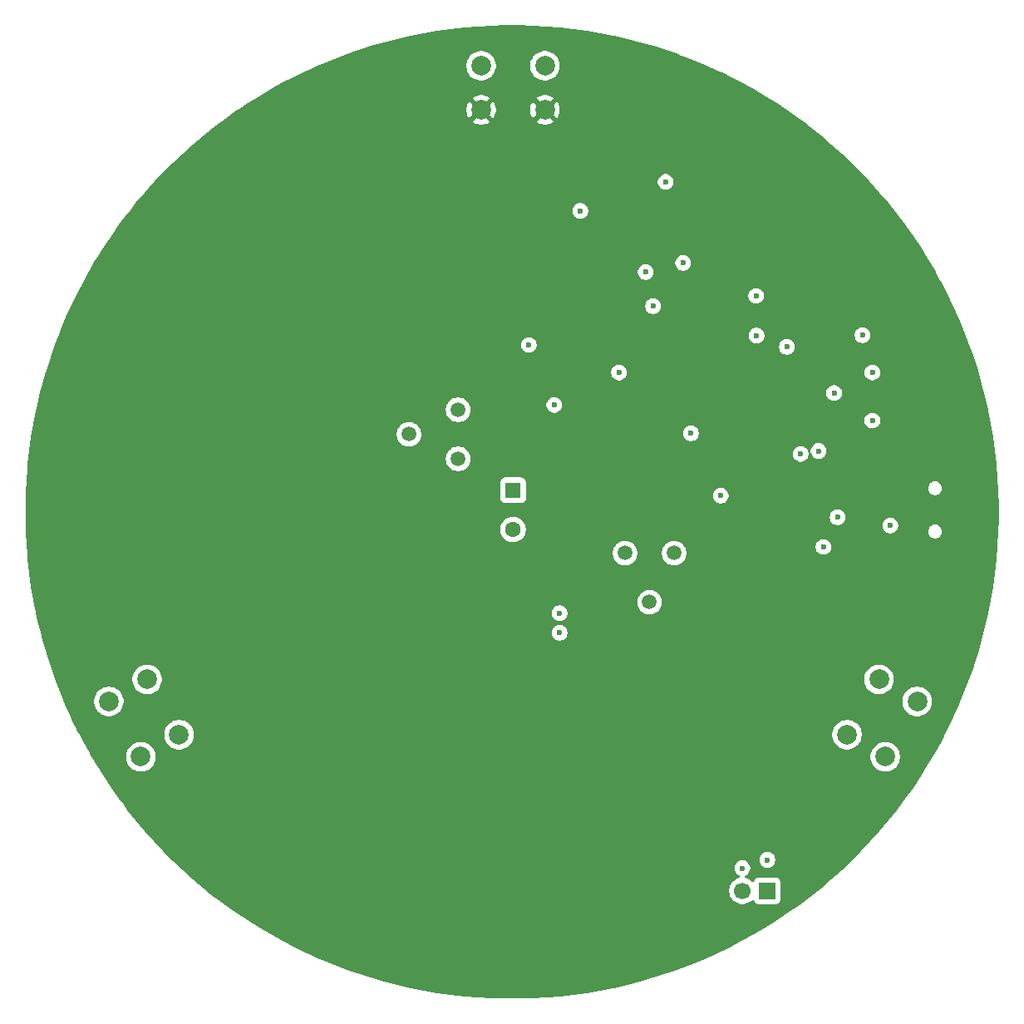
<source format=gbr>
%TF.GenerationSoftware,KiCad,Pcbnew,9.0.1*%
%TF.CreationDate,2025-05-12T19:59:27-03:00*%
%TF.ProjectId,proyecto_desarrollo,70726f79-6563-4746-9f5f-646573617272,rev?*%
%TF.SameCoordinates,Original*%
%TF.FileFunction,Copper,L2,Inr*%
%TF.FilePolarity,Positive*%
%FSLAX46Y46*%
G04 Gerber Fmt 4.6, Leading zero omitted, Abs format (unit mm)*
G04 Created by KiCad (PCBNEW 9.0.1) date 2025-05-12 19:59:27*
%MOMM*%
%LPD*%
G01*
G04 APERTURE LIST*
%TA.AperFunction,ComponentPad*%
%ADD10C,1.498600*%
%TD*%
%TA.AperFunction,ComponentPad*%
%ADD11C,2.000000*%
%TD*%
%TA.AperFunction,ComponentPad*%
%ADD12R,1.700000X1.700000*%
%TD*%
%TA.AperFunction,ComponentPad*%
%ADD13C,1.700000*%
%TD*%
%TA.AperFunction,ComponentPad*%
%ADD14R,1.600000X1.600000*%
%TD*%
%TA.AperFunction,ComponentPad*%
%ADD15C,1.600000*%
%TD*%
%TA.AperFunction,ViaPad*%
%ADD16C,0.600000*%
%TD*%
%TA.AperFunction,Conductor*%
%ADD17C,0.200000*%
%TD*%
G04 APERTURE END LIST*
D10*
%TO.N,+5V*%
%TO.C,RV2*%
X166400000Y-104400000D03*
X163900000Y-109400000D03*
%TO.N,Net-(U2-DIS)*%
X161400010Y-104400000D03*
%TD*%
D11*
%TO.N,/reset*%
%TO.C,SW3*%
X146750000Y-54750000D03*
X153250000Y-54750000D03*
%TO.N,GND*%
X146750000Y-59250000D03*
X153250000Y-59250000D03*
%TD*%
D12*
%TO.N,Net-(J2-Pin_1)*%
%TO.C,J2*%
X175900000Y-138800000D03*
D13*
%TO.N,Net-(J2-Pin_2)*%
X173360000Y-138800000D03*
%TD*%
D10*
%TO.N,+5V*%
%TO.C,RV1*%
X144400000Y-94800000D03*
X139400000Y-92300000D03*
%TO.N,Net-(U1-DIS)*%
X144400000Y-89800010D03*
%TD*%
D11*
%TO.N,+5V*%
%TO.C,SW1*%
X191173558Y-119510418D03*
X187923558Y-125139583D03*
%TO.N,Net-(SW1-B)*%
X187276444Y-117260418D03*
X184026444Y-122889583D03*
%TD*%
%TO.N,+5V*%
%TO.C,SW2*%
X112076443Y-125139583D03*
X108826443Y-119510418D03*
%TO.N,Net-(SW1-B)*%
X115973557Y-122889583D03*
X112723557Y-117260418D03*
%TD*%
D14*
%TO.N,+5V*%
%TO.C,BZ1*%
X150000000Y-98000000D03*
D15*
%TO.N,Net-(BZ1--)*%
X150000000Y-102000000D03*
%TD*%
D16*
%TO.N,/reset*%
X165550000Y-66600000D03*
%TO.N,+5V*%
X156850000Y-69550000D03*
X181125000Y-94000000D03*
X174800000Y-82250000D03*
X171150000Y-98550000D03*
X154200000Y-89300000D03*
X185600000Y-82200000D03*
X177900000Y-83400000D03*
X151600000Y-83200000D03*
X188425000Y-101600000D03*
X167325000Y-74850000D03*
X181625000Y-103775000D03*
X183050000Y-100750000D03*
X174750735Y-78200735D03*
%TO.N,GND*%
X165100000Y-101600000D03*
X127000000Y-101600000D03*
X177800000Y-63500000D03*
X149000000Y-83325000D03*
X127000000Y-88900000D03*
X186700000Y-100100000D03*
X165100000Y-63500000D03*
X139700000Y-63500000D03*
X163625000Y-95400000D03*
X139700000Y-76200000D03*
X169675000Y-104175000D03*
X177800000Y-114300000D03*
X165100000Y-114300000D03*
X177800000Y-127000000D03*
X186700000Y-98400000D03*
X101600000Y-101600000D03*
X165100000Y-139700000D03*
X127000000Y-127000000D03*
X184200000Y-92300000D03*
X139700000Y-101600000D03*
X152400000Y-88900000D03*
X190500000Y-127000000D03*
X114300000Y-114300000D03*
X114300000Y-127000000D03*
X178821489Y-100655968D03*
X114300000Y-101600000D03*
X178400000Y-103900000D03*
X139700000Y-114300000D03*
X158000000Y-89300000D03*
X139700000Y-139700000D03*
X152400000Y-127000000D03*
X114300000Y-76200000D03*
X127000000Y-63500000D03*
X152400000Y-114300000D03*
X127000000Y-76200000D03*
X127000000Y-114300000D03*
X153144669Y-79594669D03*
X168450000Y-81850000D03*
X139700000Y-127000000D03*
X152400000Y-139700000D03*
X185000000Y-74000000D03*
X114300000Y-88900000D03*
X171000000Y-82250000D03*
X127000000Y-139700000D03*
X165500000Y-86550000D03*
X165100000Y-88900000D03*
X156250000Y-82000000D03*
X178375000Y-105850000D03*
X188200000Y-90625000D03*
X176425000Y-84725000D03*
X152400000Y-63500000D03*
X165100000Y-127000000D03*
%TO.N,Net-(U5-+)*%
X163512500Y-75762500D03*
X164250000Y-79250000D03*
%TO.N,Net-(U2-DIS)*%
X168125000Y-92200000D03*
%TO.N,Net-(U2-Q)*%
X179300000Y-94300000D03*
X182700000Y-88100000D03*
%TO.N,Net-(SW1-B)*%
X154750000Y-112525000D03*
X154750000Y-110525000D03*
X160800000Y-86000000D03*
%TO.N,/alarm*%
X186600000Y-86000000D03*
X186600000Y-90900000D03*
%TO.N,Net-(J2-Pin_2)*%
X173350000Y-136500000D03*
%TO.N,Net-(J2-Pin_1)*%
X175900000Y-135650000D03*
%TD*%
D17*
%TO.N,/reset*%
X153750000Y-54750000D02*
X153250000Y-54750000D01*
%TO.N,Net-(SW1-B)*%
X115973557Y-122889583D02*
X116483974Y-123400000D01*
%TO.N,/reset*%
X165550000Y-66600000D02*
X165550000Y-66550000D01*
%TD*%
%TA.AperFunction,Conductor*%
%TO.N,GND*%
G36*
X150605325Y-50613510D02*
G01*
X151992336Y-50652425D01*
X151995685Y-50652566D01*
X153381107Y-50730370D01*
X153384560Y-50730613D01*
X154767218Y-50847238D01*
X154770564Y-50847568D01*
X156110750Y-50998571D01*
X156149415Y-51002928D01*
X156152868Y-51003366D01*
X157526753Y-51197326D01*
X157530143Y-51197853D01*
X158898129Y-51430283D01*
X158901504Y-51430905D01*
X160262379Y-51701600D01*
X160265718Y-51702313D01*
X161618481Y-52011073D01*
X161621855Y-52011892D01*
X162965453Y-52358477D01*
X162968699Y-52359363D01*
X164302115Y-52743514D01*
X164305324Y-52744487D01*
X165627368Y-53165860D01*
X165630599Y-53166940D01*
X166883889Y-53605485D01*
X166940320Y-53625231D01*
X166943584Y-53626425D01*
X167826801Y-53963567D01*
X168239853Y-54121237D01*
X168243085Y-54122523D01*
X169524984Y-54653503D01*
X169528178Y-54654879D01*
X170794678Y-55221601D01*
X170797802Y-55223052D01*
X171448544Y-55536433D01*
X172047934Y-55825084D01*
X172051046Y-55826637D01*
X173283798Y-56463492D01*
X173286792Y-56465091D01*
X174226853Y-56984645D01*
X174501225Y-57136285D01*
X174504245Y-57138010D01*
X175699317Y-57842965D01*
X175702288Y-57844774D01*
X176877139Y-58582981D01*
X176880048Y-58584866D01*
X178033740Y-59355739D01*
X178036560Y-59357681D01*
X179168238Y-60160649D01*
X179170987Y-60162659D01*
X179662975Y-60532918D01*
X180279620Y-60996992D01*
X180282370Y-60999122D01*
X181367185Y-61864233D01*
X181369873Y-61866439D01*
X182429978Y-62761617D01*
X182432604Y-62763898D01*
X183467196Y-63688466D01*
X183469757Y-63690820D01*
X184478026Y-64644055D01*
X184480519Y-64646480D01*
X185461603Y-65627564D01*
X185464028Y-65630057D01*
X186306487Y-66521155D01*
X186417263Y-66638326D01*
X186419617Y-66640887D01*
X187344185Y-67675479D01*
X187346466Y-67678105D01*
X188241644Y-68738210D01*
X188243850Y-68740898D01*
X189108961Y-69825713D01*
X189111091Y-69828463D01*
X189945402Y-70937066D01*
X189947455Y-70939874D01*
X190750387Y-72071501D01*
X190752359Y-72074365D01*
X191523210Y-73228025D01*
X191525102Y-73230944D01*
X192263309Y-74405795D01*
X192265118Y-74408766D01*
X192970073Y-75603838D01*
X192971798Y-75606858D01*
X193267383Y-76141679D01*
X193449888Y-76471897D01*
X193642972Y-76821255D01*
X193644611Y-76824322D01*
X194281446Y-78057037D01*
X194282999Y-78060149D01*
X194885024Y-79310266D01*
X194886489Y-79313421D01*
X195453204Y-80579905D01*
X195454580Y-80583099D01*
X195985560Y-81864998D01*
X195986846Y-81868230D01*
X196481657Y-83164497D01*
X196482852Y-83167763D01*
X196941132Y-84477451D01*
X196942234Y-84480750D01*
X197352042Y-85766510D01*
X197363577Y-85802699D01*
X197364583Y-85806013D01*
X197651090Y-86800499D01*
X197748705Y-87139329D01*
X197749621Y-87142685D01*
X198096189Y-88486223D01*
X198097010Y-88489602D01*
X198405763Y-89842334D01*
X198406489Y-89845736D01*
X198677173Y-91206556D01*
X198677804Y-91209976D01*
X198910226Y-92577917D01*
X198910760Y-92581354D01*
X199104717Y-93955218D01*
X199105155Y-93958668D01*
X199260509Y-95337461D01*
X199260850Y-95340923D01*
X199377469Y-96723515D01*
X199377713Y-96726984D01*
X199455514Y-98112336D01*
X199455660Y-98115811D01*
X199494574Y-99502758D01*
X199494623Y-99506236D01*
X199494623Y-100893763D01*
X199494574Y-100897241D01*
X199455660Y-102284188D01*
X199455514Y-102287663D01*
X199377713Y-103673015D01*
X199377469Y-103676484D01*
X199260850Y-105059076D01*
X199260509Y-105062538D01*
X199105155Y-106441331D01*
X199104717Y-106444781D01*
X198910760Y-107818645D01*
X198910226Y-107822082D01*
X198677804Y-109190023D01*
X198677173Y-109193443D01*
X198406489Y-110554263D01*
X198405763Y-110557665D01*
X198097010Y-111910397D01*
X198096189Y-111913776D01*
X197749621Y-113257314D01*
X197748705Y-113260670D01*
X197364587Y-114593972D01*
X197363577Y-114597300D01*
X196942234Y-115919249D01*
X196941132Y-115922548D01*
X196482852Y-117232236D01*
X196481657Y-117235502D01*
X195986846Y-118531769D01*
X195985560Y-118535001D01*
X195454580Y-119816900D01*
X195453204Y-119820094D01*
X194886489Y-121086578D01*
X194885024Y-121089733D01*
X194282999Y-122339850D01*
X194281446Y-122342962D01*
X193644611Y-123575677D01*
X193642972Y-123578744D01*
X192971798Y-124793141D01*
X192970073Y-124796161D01*
X192265118Y-125991233D01*
X192263309Y-125994204D01*
X191525102Y-127169055D01*
X191523210Y-127171974D01*
X190752359Y-128325634D01*
X190750387Y-128328498D01*
X189947455Y-129460125D01*
X189945402Y-129462933D01*
X189111091Y-130571536D01*
X189108961Y-130574286D01*
X188243850Y-131659101D01*
X188241644Y-131661789D01*
X187346466Y-132721894D01*
X187344185Y-132724520D01*
X186419617Y-133759112D01*
X186417263Y-133761673D01*
X185464028Y-134769942D01*
X185461603Y-134772435D01*
X184480519Y-135753519D01*
X184478026Y-135755944D01*
X183469757Y-136709179D01*
X183467196Y-136711533D01*
X182432604Y-137636101D01*
X182429978Y-137638382D01*
X181369873Y-138533560D01*
X181367185Y-138535766D01*
X180282370Y-139400877D01*
X180279620Y-139403007D01*
X179171017Y-140237318D01*
X179168209Y-140239371D01*
X178036582Y-141042303D01*
X178033718Y-141044275D01*
X176880058Y-141815126D01*
X176877139Y-141817018D01*
X175702288Y-142555225D01*
X175699317Y-142557034D01*
X174504245Y-143261989D01*
X174501225Y-143263714D01*
X173286828Y-143934888D01*
X173283761Y-143936527D01*
X172051046Y-144573362D01*
X172047934Y-144574915D01*
X170797817Y-145176940D01*
X170794662Y-145178405D01*
X169528178Y-145745120D01*
X169524984Y-145746496D01*
X168243085Y-146277476D01*
X168239853Y-146278762D01*
X166943586Y-146773573D01*
X166940320Y-146774768D01*
X165630632Y-147233048D01*
X165627333Y-147234150D01*
X164305384Y-147655493D01*
X164302056Y-147656503D01*
X162968754Y-148040621D01*
X162965398Y-148041537D01*
X161621860Y-148388105D01*
X161618481Y-148388926D01*
X160265749Y-148697679D01*
X160262347Y-148698405D01*
X158901527Y-148969089D01*
X158898107Y-148969720D01*
X157530166Y-149202142D01*
X157526729Y-149202676D01*
X156152865Y-149396633D01*
X156149415Y-149397071D01*
X154770622Y-149552425D01*
X154767160Y-149552766D01*
X153384568Y-149669385D01*
X153381099Y-149669629D01*
X151995747Y-149747430D01*
X151992272Y-149747576D01*
X150605325Y-149786490D01*
X150601847Y-149786539D01*
X149214321Y-149786539D01*
X149210843Y-149786490D01*
X147823895Y-149747576D01*
X147820420Y-149747430D01*
X146435068Y-149669629D01*
X146431599Y-149669385D01*
X145049007Y-149552766D01*
X145045545Y-149552425D01*
X143666752Y-149397071D01*
X143663302Y-149396633D01*
X142289438Y-149202676D01*
X142286001Y-149202142D01*
X140918060Y-148969720D01*
X140914640Y-148969089D01*
X139553820Y-148698405D01*
X139550418Y-148697679D01*
X138197686Y-148388926D01*
X138194307Y-148388105D01*
X136850769Y-148041537D01*
X136847413Y-148040621D01*
X135514097Y-147656499D01*
X135510798Y-147655497D01*
X134188834Y-147234150D01*
X134185535Y-147233048D01*
X132875847Y-146774768D01*
X132872581Y-146773573D01*
X131576314Y-146278762D01*
X131573082Y-146277476D01*
X130291183Y-145746496D01*
X130287989Y-145745120D01*
X129021505Y-145178405D01*
X129018350Y-145176940D01*
X127768233Y-144574915D01*
X127765121Y-144573362D01*
X126532406Y-143936527D01*
X126529339Y-143934888D01*
X125314942Y-143263714D01*
X125311922Y-143261989D01*
X124116850Y-142557034D01*
X124113879Y-142555225D01*
X122939028Y-141817018D01*
X122936109Y-141815126D01*
X121782449Y-141044275D01*
X121779585Y-141042303D01*
X120647941Y-140239358D01*
X120645167Y-140237331D01*
X120007561Y-139757482D01*
X119536547Y-139403007D01*
X119533797Y-139400877D01*
X118762500Y-138785788D01*
X118647041Y-138693713D01*
X172009500Y-138693713D01*
X172009500Y-138906287D01*
X172042754Y-139116243D01*
X172106461Y-139312313D01*
X172108444Y-139318414D01*
X172204951Y-139507820D01*
X172329890Y-139679786D01*
X172480213Y-139830109D01*
X172652179Y-139955048D01*
X172652181Y-139955049D01*
X172652184Y-139955051D01*
X172841588Y-140051557D01*
X173043757Y-140117246D01*
X173253713Y-140150500D01*
X173253714Y-140150500D01*
X173466286Y-140150500D01*
X173466287Y-140150500D01*
X173676243Y-140117246D01*
X173878412Y-140051557D01*
X174067816Y-139955051D01*
X174239792Y-139830104D01*
X174353329Y-139716566D01*
X174414648Y-139683084D01*
X174484340Y-139688068D01*
X174540274Y-139729939D01*
X174557189Y-139760917D01*
X174606202Y-139892328D01*
X174606206Y-139892335D01*
X174692452Y-140007544D01*
X174692455Y-140007547D01*
X174807664Y-140093793D01*
X174807671Y-140093797D01*
X174942517Y-140144091D01*
X174942516Y-140144091D01*
X174949444Y-140144835D01*
X175002127Y-140150500D01*
X176797872Y-140150499D01*
X176857483Y-140144091D01*
X176992331Y-140093796D01*
X177107546Y-140007546D01*
X177193796Y-139892331D01*
X177244091Y-139757483D01*
X177250500Y-139697873D01*
X177250499Y-137902128D01*
X177244091Y-137842517D01*
X177242810Y-137839083D01*
X177193797Y-137707671D01*
X177193793Y-137707664D01*
X177107547Y-137592455D01*
X177107544Y-137592452D01*
X176992335Y-137506206D01*
X176992328Y-137506202D01*
X176857482Y-137455908D01*
X176857483Y-137455908D01*
X176797883Y-137449501D01*
X176797881Y-137449500D01*
X176797873Y-137449500D01*
X176797864Y-137449500D01*
X175002129Y-137449500D01*
X175002123Y-137449501D01*
X174942516Y-137455908D01*
X174807671Y-137506202D01*
X174807664Y-137506206D01*
X174692455Y-137592452D01*
X174692452Y-137592455D01*
X174606206Y-137707664D01*
X174606203Y-137707669D01*
X174557189Y-137839083D01*
X174515317Y-137895016D01*
X174449853Y-137919433D01*
X174381580Y-137904581D01*
X174353326Y-137883430D01*
X174239786Y-137769890D01*
X174067820Y-137644951D01*
X173878414Y-137548444D01*
X173878413Y-137548443D01*
X173878412Y-137548443D01*
X173676243Y-137482754D01*
X173671386Y-137481984D01*
X173608253Y-137452054D01*
X173571323Y-137392742D01*
X173572323Y-137322879D01*
X173610934Y-137264647D01*
X173643336Y-137244951D01*
X173729173Y-137209397D01*
X173729176Y-137209395D01*
X173729179Y-137209394D01*
X173860289Y-137121789D01*
X173971789Y-137010289D01*
X174059394Y-136879179D01*
X174119737Y-136733497D01*
X174150500Y-136578842D01*
X174150500Y-136421158D01*
X174150500Y-136421155D01*
X174150499Y-136421153D01*
X174120788Y-136271789D01*
X174119737Y-136266503D01*
X174119735Y-136266498D01*
X174059397Y-136120827D01*
X174059390Y-136120814D01*
X173971789Y-135989711D01*
X173971786Y-135989707D01*
X173860292Y-135878213D01*
X173860288Y-135878210D01*
X173729185Y-135790609D01*
X173729172Y-135790602D01*
X173583501Y-135730264D01*
X173583489Y-135730261D01*
X173428845Y-135699500D01*
X173428842Y-135699500D01*
X173271158Y-135699500D01*
X173271155Y-135699500D01*
X173116510Y-135730261D01*
X173116498Y-135730264D01*
X172970827Y-135790602D01*
X172970814Y-135790609D01*
X172839711Y-135878210D01*
X172839707Y-135878213D01*
X172728213Y-135989707D01*
X172728210Y-135989711D01*
X172640609Y-136120814D01*
X172640602Y-136120827D01*
X172580264Y-136266498D01*
X172580261Y-136266510D01*
X172549500Y-136421153D01*
X172549500Y-136578846D01*
X172580261Y-136733489D01*
X172580264Y-136733501D01*
X172640602Y-136879172D01*
X172640609Y-136879185D01*
X172728210Y-137010288D01*
X172728213Y-137010292D01*
X172839707Y-137121786D01*
X172839711Y-137121789D01*
X172970814Y-137209390D01*
X172970827Y-137209397D01*
X173062795Y-137247491D01*
X173117199Y-137291332D01*
X173139264Y-137357626D01*
X173121985Y-137425325D01*
X173070848Y-137472936D01*
X173048355Y-137481143D01*
X173048390Y-137481249D01*
X173045445Y-137482205D01*
X173044302Y-137482623D01*
X173043762Y-137482752D01*
X172841585Y-137548444D01*
X172652179Y-137644951D01*
X172480213Y-137769890D01*
X172329890Y-137920213D01*
X172204951Y-138092179D01*
X172108444Y-138281585D01*
X172042753Y-138483760D01*
X172009500Y-138693713D01*
X118647041Y-138693713D01*
X118448982Y-138535766D01*
X118446294Y-138533560D01*
X117386189Y-137638382D01*
X117383563Y-137636101D01*
X116348971Y-136711533D01*
X116346410Y-136709179D01*
X115338141Y-135755944D01*
X115335648Y-135753519D01*
X115153282Y-135571153D01*
X175099500Y-135571153D01*
X175099500Y-135728846D01*
X175130261Y-135883489D01*
X175130264Y-135883501D01*
X175190602Y-136029172D01*
X175190609Y-136029185D01*
X175278210Y-136160288D01*
X175278213Y-136160292D01*
X175389707Y-136271786D01*
X175389711Y-136271789D01*
X175520814Y-136359390D01*
X175520827Y-136359397D01*
X175666498Y-136419735D01*
X175666503Y-136419737D01*
X175821153Y-136450499D01*
X175821156Y-136450500D01*
X175821158Y-136450500D01*
X175978844Y-136450500D01*
X175978845Y-136450499D01*
X176133497Y-136419737D01*
X176279179Y-136359394D01*
X176410289Y-136271789D01*
X176521789Y-136160289D01*
X176609394Y-136029179D01*
X176669737Y-135883497D01*
X176700500Y-135728842D01*
X176700500Y-135571158D01*
X176700500Y-135571155D01*
X176700499Y-135571153D01*
X176669737Y-135416503D01*
X176669735Y-135416498D01*
X176609397Y-135270827D01*
X176609390Y-135270814D01*
X176521789Y-135139711D01*
X176521786Y-135139707D01*
X176410292Y-135028213D01*
X176410288Y-135028210D01*
X176279185Y-134940609D01*
X176279172Y-134940602D01*
X176133501Y-134880264D01*
X176133489Y-134880261D01*
X175978845Y-134849500D01*
X175978842Y-134849500D01*
X175821158Y-134849500D01*
X175821155Y-134849500D01*
X175666510Y-134880261D01*
X175666498Y-134880264D01*
X175520827Y-134940602D01*
X175520814Y-134940609D01*
X175389711Y-135028210D01*
X175389707Y-135028213D01*
X175278213Y-135139707D01*
X175278210Y-135139711D01*
X175190609Y-135270814D01*
X175190602Y-135270827D01*
X175130264Y-135416498D01*
X175130261Y-135416510D01*
X175099500Y-135571153D01*
X115153282Y-135571153D01*
X114354564Y-134772435D01*
X114352139Y-134769942D01*
X113398904Y-133761673D01*
X113396550Y-133759112D01*
X112471982Y-132724520D01*
X112469701Y-132721894D01*
X111574523Y-131661789D01*
X111572317Y-131659101D01*
X110707206Y-130574286D01*
X110705076Y-130571536D01*
X110316420Y-130055104D01*
X109870743Y-129462903D01*
X109868733Y-129460154D01*
X109065765Y-128328476D01*
X109063808Y-128325634D01*
X108292957Y-127171974D01*
X108291065Y-127169055D01*
X107552858Y-125994204D01*
X107551049Y-125991233D01*
X107013302Y-125079620D01*
X106979009Y-125021485D01*
X110575943Y-125021485D01*
X110575943Y-125257680D01*
X110612889Y-125490951D01*
X110685876Y-125715579D01*
X110793100Y-125926016D01*
X110931926Y-126117093D01*
X111098933Y-126284100D01*
X111290010Y-126422926D01*
X111389434Y-126473585D01*
X111500446Y-126530149D01*
X111500448Y-126530149D01*
X111500451Y-126530151D01*
X111620855Y-126569272D01*
X111725074Y-126603136D01*
X111958346Y-126640083D01*
X111958351Y-126640083D01*
X112194540Y-126640083D01*
X112427811Y-126603136D01*
X112652435Y-126530151D01*
X112862876Y-126422926D01*
X113053953Y-126284100D01*
X113220960Y-126117093D01*
X113359786Y-125926016D01*
X113467011Y-125715575D01*
X113539996Y-125490951D01*
X113576943Y-125257680D01*
X113576943Y-125021485D01*
X186423058Y-125021485D01*
X186423058Y-125257680D01*
X186460004Y-125490951D01*
X186532991Y-125715579D01*
X186640215Y-125926016D01*
X186779041Y-126117093D01*
X186946048Y-126284100D01*
X187137125Y-126422926D01*
X187236549Y-126473585D01*
X187347561Y-126530149D01*
X187347563Y-126530149D01*
X187347566Y-126530151D01*
X187467970Y-126569272D01*
X187572189Y-126603136D01*
X187805461Y-126640083D01*
X187805466Y-126640083D01*
X188041655Y-126640083D01*
X188274926Y-126603136D01*
X188499550Y-126530151D01*
X188709991Y-126422926D01*
X188901068Y-126284100D01*
X189068075Y-126117093D01*
X189206901Y-125926016D01*
X189314126Y-125715575D01*
X189387111Y-125490951D01*
X189424058Y-125257680D01*
X189424058Y-125021485D01*
X189387111Y-124788214D01*
X189314124Y-124563586D01*
X189206900Y-124353149D01*
X189206891Y-124353136D01*
X189068075Y-124162073D01*
X188901068Y-123995066D01*
X188709991Y-123856240D01*
X188499554Y-123749016D01*
X188274926Y-123676029D01*
X188041655Y-123639083D01*
X188041650Y-123639083D01*
X187805466Y-123639083D01*
X187805461Y-123639083D01*
X187572189Y-123676029D01*
X187347561Y-123749016D01*
X187137124Y-123856240D01*
X187122184Y-123867095D01*
X186946048Y-123995066D01*
X186946046Y-123995068D01*
X186946045Y-123995068D01*
X186779043Y-124162070D01*
X186779043Y-124162071D01*
X186779041Y-124162073D01*
X186771157Y-124172925D01*
X186640215Y-124353149D01*
X186532991Y-124563586D01*
X186460004Y-124788214D01*
X186423058Y-125021485D01*
X113576943Y-125021485D01*
X113539996Y-124788214D01*
X113467009Y-124563586D01*
X113359785Y-124353149D01*
X113359776Y-124353136D01*
X113220960Y-124162073D01*
X113053953Y-123995066D01*
X112862876Y-123856240D01*
X112652439Y-123749016D01*
X112427811Y-123676029D01*
X112194540Y-123639083D01*
X112194535Y-123639083D01*
X111958351Y-123639083D01*
X111958346Y-123639083D01*
X111725074Y-123676029D01*
X111500446Y-123749016D01*
X111290009Y-123856240D01*
X111275069Y-123867095D01*
X111098933Y-123995066D01*
X111098931Y-123995068D01*
X111098930Y-123995068D01*
X110931928Y-124162070D01*
X110931928Y-124162071D01*
X110931926Y-124162073D01*
X110924042Y-124172925D01*
X110793100Y-124353149D01*
X110685876Y-124563586D01*
X110612889Y-124788214D01*
X110575943Y-125021485D01*
X106979009Y-125021485D01*
X106846094Y-124796161D01*
X106844369Y-124793141D01*
X106173175Y-123578708D01*
X106171576Y-123575714D01*
X105756101Y-122771485D01*
X114473057Y-122771485D01*
X114473057Y-123007680D01*
X114510003Y-123240951D01*
X114582990Y-123465579D01*
X114639881Y-123577232D01*
X114690214Y-123676016D01*
X114829040Y-123867093D01*
X114996047Y-124034100D01*
X115187124Y-124172926D01*
X115286548Y-124223585D01*
X115397560Y-124280149D01*
X115397562Y-124280149D01*
X115397565Y-124280151D01*
X115517969Y-124319272D01*
X115622188Y-124353136D01*
X115855460Y-124390083D01*
X115855465Y-124390083D01*
X116091654Y-124390083D01*
X116324925Y-124353136D01*
X116549549Y-124280151D01*
X116759990Y-124172926D01*
X116951067Y-124034100D01*
X117118074Y-123867093D01*
X117256900Y-123676016D01*
X117364125Y-123465575D01*
X117437110Y-123240951D01*
X117474057Y-123007680D01*
X117474057Y-122771485D01*
X182525944Y-122771485D01*
X182525944Y-123007680D01*
X182562890Y-123240951D01*
X182635877Y-123465579D01*
X182692768Y-123577232D01*
X182743101Y-123676016D01*
X182881927Y-123867093D01*
X183048934Y-124034100D01*
X183240011Y-124172926D01*
X183339435Y-124223585D01*
X183450447Y-124280149D01*
X183450449Y-124280149D01*
X183450452Y-124280151D01*
X183570856Y-124319272D01*
X183675075Y-124353136D01*
X183908347Y-124390083D01*
X183908352Y-124390083D01*
X184144541Y-124390083D01*
X184377812Y-124353136D01*
X184602436Y-124280151D01*
X184812877Y-124172926D01*
X185003954Y-124034100D01*
X185170961Y-123867093D01*
X185309787Y-123676016D01*
X185417012Y-123465575D01*
X185489997Y-123240951D01*
X185526944Y-123007680D01*
X185526944Y-122771485D01*
X185489997Y-122538214D01*
X185426555Y-122342962D01*
X185417012Y-122313591D01*
X185417010Y-122313588D01*
X185417010Y-122313586D01*
X185309786Y-122103149D01*
X185170961Y-121912073D01*
X185003954Y-121745066D01*
X184812877Y-121606240D01*
X184602440Y-121499016D01*
X184377812Y-121426029D01*
X184144541Y-121389083D01*
X184144536Y-121389083D01*
X183908352Y-121389083D01*
X183908347Y-121389083D01*
X183675075Y-121426029D01*
X183450447Y-121499016D01*
X183240010Y-121606240D01*
X183130994Y-121685445D01*
X183048934Y-121745066D01*
X183048932Y-121745068D01*
X183048931Y-121745068D01*
X182881929Y-121912070D01*
X182881929Y-121912071D01*
X182881927Y-121912073D01*
X182822306Y-121994133D01*
X182743101Y-122103149D01*
X182635877Y-122313586D01*
X182562890Y-122538214D01*
X182525944Y-122771485D01*
X117474057Y-122771485D01*
X117437110Y-122538214D01*
X117373668Y-122342962D01*
X117364125Y-122313591D01*
X117364123Y-122313588D01*
X117364123Y-122313586D01*
X117256899Y-122103149D01*
X117118074Y-121912073D01*
X116951067Y-121745066D01*
X116759990Y-121606240D01*
X116549553Y-121499016D01*
X116324925Y-121426029D01*
X116091654Y-121389083D01*
X116091649Y-121389083D01*
X115855465Y-121389083D01*
X115855460Y-121389083D01*
X115622188Y-121426029D01*
X115397560Y-121499016D01*
X115187123Y-121606240D01*
X115078107Y-121685445D01*
X114996047Y-121745066D01*
X114996045Y-121745068D01*
X114996044Y-121745068D01*
X114829042Y-121912070D01*
X114829042Y-121912071D01*
X114829040Y-121912073D01*
X114769419Y-121994133D01*
X114690214Y-122103149D01*
X114582990Y-122313586D01*
X114510003Y-122538214D01*
X114473057Y-122771485D01*
X105756101Y-122771485D01*
X105635590Y-122538214D01*
X105534721Y-122342962D01*
X105533168Y-122339850D01*
X105134446Y-121511896D01*
X104931136Y-121089718D01*
X104929678Y-121086578D01*
X104895822Y-121010918D01*
X104540328Y-120216467D01*
X104362963Y-119820094D01*
X104361587Y-119816900D01*
X104203360Y-119434907D01*
X104185722Y-119392326D01*
X104185720Y-119392320D01*
X107325943Y-119392320D01*
X107325943Y-119628515D01*
X107362889Y-119861786D01*
X107435876Y-120086414D01*
X107502142Y-120216467D01*
X107543100Y-120296851D01*
X107681926Y-120487928D01*
X107848933Y-120654935D01*
X108040010Y-120793761D01*
X108139434Y-120844420D01*
X108250446Y-120900984D01*
X108250448Y-120900984D01*
X108250451Y-120900986D01*
X108370855Y-120940107D01*
X108475074Y-120973971D01*
X108708346Y-121010918D01*
X108708351Y-121010918D01*
X108944540Y-121010918D01*
X109177811Y-120973971D01*
X109402435Y-120900986D01*
X109612876Y-120793761D01*
X109803953Y-120654935D01*
X109970960Y-120487928D01*
X110109786Y-120296851D01*
X110217011Y-120086410D01*
X110289996Y-119861786D01*
X110297105Y-119816900D01*
X110326943Y-119628515D01*
X110326943Y-119392320D01*
X189673058Y-119392320D01*
X189673058Y-119628515D01*
X189710004Y-119861786D01*
X189782991Y-120086414D01*
X189849257Y-120216467D01*
X189890215Y-120296851D01*
X190029041Y-120487928D01*
X190196048Y-120654935D01*
X190387125Y-120793761D01*
X190486549Y-120844420D01*
X190597561Y-120900984D01*
X190597563Y-120900984D01*
X190597566Y-120900986D01*
X190717970Y-120940107D01*
X190822189Y-120973971D01*
X191055461Y-121010918D01*
X191055466Y-121010918D01*
X191291655Y-121010918D01*
X191524926Y-120973971D01*
X191749550Y-120900986D01*
X191959991Y-120793761D01*
X192151068Y-120654935D01*
X192318075Y-120487928D01*
X192456901Y-120296851D01*
X192564126Y-120086410D01*
X192637111Y-119861786D01*
X192644220Y-119816900D01*
X192674058Y-119628515D01*
X192674058Y-119392320D01*
X192637111Y-119159049D01*
X192564124Y-118934421D01*
X192456900Y-118723984D01*
X192456891Y-118723971D01*
X192318075Y-118532908D01*
X192151068Y-118365901D01*
X191959991Y-118227075D01*
X191749554Y-118119851D01*
X191524926Y-118046864D01*
X191291655Y-118009918D01*
X191291650Y-118009918D01*
X191055466Y-118009918D01*
X191055461Y-118009918D01*
X190822189Y-118046864D01*
X190597561Y-118119851D01*
X190387124Y-118227075D01*
X190372184Y-118237930D01*
X190196048Y-118365901D01*
X190196046Y-118365903D01*
X190196045Y-118365903D01*
X190029043Y-118532905D01*
X190029043Y-118532906D01*
X190029041Y-118532908D01*
X190021157Y-118543760D01*
X189890215Y-118723984D01*
X189782991Y-118934421D01*
X189710004Y-119159049D01*
X189673058Y-119392320D01*
X110326943Y-119392320D01*
X110289996Y-119159049D01*
X110217009Y-118934421D01*
X110109785Y-118723984D01*
X110109776Y-118723971D01*
X109970960Y-118532908D01*
X109803953Y-118365901D01*
X109612876Y-118227075D01*
X109402439Y-118119851D01*
X109177811Y-118046864D01*
X108944540Y-118009918D01*
X108944535Y-118009918D01*
X108708351Y-118009918D01*
X108708346Y-118009918D01*
X108475074Y-118046864D01*
X108250446Y-118119851D01*
X108040009Y-118227075D01*
X108025069Y-118237930D01*
X107848933Y-118365901D01*
X107848931Y-118365903D01*
X107848930Y-118365903D01*
X107681928Y-118532905D01*
X107681928Y-118532906D01*
X107681926Y-118532908D01*
X107674042Y-118543760D01*
X107543100Y-118723984D01*
X107435876Y-118934421D01*
X107362889Y-119159049D01*
X107325943Y-119392320D01*
X104185720Y-119392320D01*
X103830605Y-118534997D01*
X103829321Y-118531769D01*
X103644223Y-118046865D01*
X103334509Y-117235500D01*
X103333316Y-117232236D01*
X103314487Y-117178428D01*
X103314480Y-117178409D01*
X103301852Y-117142320D01*
X111223057Y-117142320D01*
X111223057Y-117378515D01*
X111260003Y-117611786D01*
X111332990Y-117836414D01*
X111421396Y-118009918D01*
X111440214Y-118046851D01*
X111579040Y-118237928D01*
X111746047Y-118404935D01*
X111937124Y-118543761D01*
X112036548Y-118594420D01*
X112147560Y-118650984D01*
X112147562Y-118650984D01*
X112147565Y-118650986D01*
X112267969Y-118690107D01*
X112372188Y-118723971D01*
X112605460Y-118760918D01*
X112605465Y-118760918D01*
X112841654Y-118760918D01*
X113074925Y-118723971D01*
X113299549Y-118650986D01*
X113509990Y-118543761D01*
X113701067Y-118404935D01*
X113868074Y-118237928D01*
X114006900Y-118046851D01*
X114114125Y-117836410D01*
X114187110Y-117611786D01*
X114192240Y-117579399D01*
X114224057Y-117378515D01*
X114224057Y-117142320D01*
X185775944Y-117142320D01*
X185775944Y-117378515D01*
X185812890Y-117611786D01*
X185885877Y-117836414D01*
X185974283Y-118009918D01*
X185993101Y-118046851D01*
X186131927Y-118237928D01*
X186298934Y-118404935D01*
X186490011Y-118543761D01*
X186589435Y-118594420D01*
X186700447Y-118650984D01*
X186700449Y-118650984D01*
X186700452Y-118650986D01*
X186820856Y-118690107D01*
X186925075Y-118723971D01*
X187158347Y-118760918D01*
X187158352Y-118760918D01*
X187394541Y-118760918D01*
X187627812Y-118723971D01*
X187852436Y-118650986D01*
X188062877Y-118543761D01*
X188253954Y-118404935D01*
X188420961Y-118237928D01*
X188559787Y-118046851D01*
X188667012Y-117836410D01*
X188739997Y-117611786D01*
X188745127Y-117579399D01*
X188776944Y-117378515D01*
X188776944Y-117142320D01*
X188739997Y-116909049D01*
X188667010Y-116684421D01*
X188559786Y-116473984D01*
X188420961Y-116282908D01*
X188253954Y-116115901D01*
X188062877Y-115977075D01*
X187852440Y-115869851D01*
X187627812Y-115796864D01*
X187394541Y-115759918D01*
X187394536Y-115759918D01*
X187158352Y-115759918D01*
X187158347Y-115759918D01*
X186925075Y-115796864D01*
X186700447Y-115869851D01*
X186490010Y-115977075D01*
X186380994Y-116056280D01*
X186298934Y-116115901D01*
X186298932Y-116115903D01*
X186298931Y-116115903D01*
X186131929Y-116282905D01*
X186131929Y-116282906D01*
X186131927Y-116282908D01*
X186072306Y-116364968D01*
X185993101Y-116473984D01*
X185885877Y-116684421D01*
X185812890Y-116909049D01*
X185775944Y-117142320D01*
X114224057Y-117142320D01*
X114187110Y-116909049D01*
X114114123Y-116684421D01*
X114006899Y-116473984D01*
X113868074Y-116282908D01*
X113701067Y-116115901D01*
X113509990Y-115977075D01*
X113299553Y-115869851D01*
X113074925Y-115796864D01*
X112841654Y-115759918D01*
X112841649Y-115759918D01*
X112605465Y-115759918D01*
X112605460Y-115759918D01*
X112372188Y-115796864D01*
X112147560Y-115869851D01*
X111937123Y-115977075D01*
X111828107Y-116056280D01*
X111746047Y-116115901D01*
X111746045Y-116115903D01*
X111746044Y-116115903D01*
X111579042Y-116282905D01*
X111579042Y-116282906D01*
X111579040Y-116282908D01*
X111519419Y-116364968D01*
X111440214Y-116473984D01*
X111332990Y-116684421D01*
X111260003Y-116909049D01*
X111223057Y-117142320D01*
X103301852Y-117142320D01*
X103141626Y-116684421D01*
X102875024Y-115922515D01*
X102873944Y-115919284D01*
X102452571Y-114597240D01*
X102451598Y-114594031D01*
X102067447Y-113260615D01*
X102066561Y-113257369D01*
X101857305Y-112446153D01*
X153949500Y-112446153D01*
X153949500Y-112603846D01*
X153980261Y-112758489D01*
X153980264Y-112758501D01*
X154040602Y-112904172D01*
X154040609Y-112904185D01*
X154128210Y-113035288D01*
X154128213Y-113035292D01*
X154239707Y-113146786D01*
X154239711Y-113146789D01*
X154370814Y-113234390D01*
X154370827Y-113234397D01*
X154434257Y-113260670D01*
X154516503Y-113294737D01*
X154671153Y-113325499D01*
X154671156Y-113325500D01*
X154671158Y-113325500D01*
X154828844Y-113325500D01*
X154828845Y-113325499D01*
X154983497Y-113294737D01*
X155129179Y-113234394D01*
X155260289Y-113146789D01*
X155371789Y-113035289D01*
X155459394Y-112904179D01*
X155519737Y-112758497D01*
X155550500Y-112603842D01*
X155550500Y-112446158D01*
X155550500Y-112446155D01*
X155550499Y-112446153D01*
X155519738Y-112291510D01*
X155519737Y-112291503D01*
X155519735Y-112291498D01*
X155459397Y-112145827D01*
X155459390Y-112145814D01*
X155371789Y-112014711D01*
X155371786Y-112014707D01*
X155260292Y-111903213D01*
X155260288Y-111903210D01*
X155129185Y-111815609D01*
X155129172Y-111815602D01*
X154983501Y-111755264D01*
X154983489Y-111755261D01*
X154828845Y-111724500D01*
X154828842Y-111724500D01*
X154671158Y-111724500D01*
X154671155Y-111724500D01*
X154516510Y-111755261D01*
X154516498Y-111755264D01*
X154370827Y-111815602D01*
X154370814Y-111815609D01*
X154239711Y-111903210D01*
X154239707Y-111903213D01*
X154128213Y-112014707D01*
X154128210Y-112014711D01*
X154040609Y-112145814D01*
X154040602Y-112145827D01*
X153980264Y-112291498D01*
X153980261Y-112291510D01*
X153949500Y-112446153D01*
X101857305Y-112446153D01*
X101719976Y-111913771D01*
X101719157Y-111910397D01*
X101578637Y-111294738D01*
X101410397Y-110557634D01*
X101409678Y-110554263D01*
X101391775Y-110464257D01*
X101388174Y-110446153D01*
X153949500Y-110446153D01*
X153949500Y-110603846D01*
X153980261Y-110758489D01*
X153980264Y-110758501D01*
X154040602Y-110904172D01*
X154040609Y-110904185D01*
X154128210Y-111035288D01*
X154128213Y-111035292D01*
X154239707Y-111146786D01*
X154239711Y-111146789D01*
X154370814Y-111234390D01*
X154370827Y-111234397D01*
X154516498Y-111294735D01*
X154516503Y-111294737D01*
X154671153Y-111325499D01*
X154671156Y-111325500D01*
X154671158Y-111325500D01*
X154828844Y-111325500D01*
X154828845Y-111325499D01*
X154983497Y-111294737D01*
X155129179Y-111234394D01*
X155260289Y-111146789D01*
X155371789Y-111035289D01*
X155459394Y-110904179D01*
X155519737Y-110758497D01*
X155550500Y-110603842D01*
X155550500Y-110446158D01*
X155550500Y-110446155D01*
X155550499Y-110446153D01*
X155519738Y-110291510D01*
X155519737Y-110291503D01*
X155487713Y-110214190D01*
X155459397Y-110145827D01*
X155459390Y-110145814D01*
X155371789Y-110014711D01*
X155371786Y-110014707D01*
X155260292Y-109903213D01*
X155260288Y-109903210D01*
X155129185Y-109815609D01*
X155129172Y-109815602D01*
X154983501Y-109755264D01*
X154983489Y-109755261D01*
X154828845Y-109724500D01*
X154828842Y-109724500D01*
X154671158Y-109724500D01*
X154671155Y-109724500D01*
X154516510Y-109755261D01*
X154516498Y-109755264D01*
X154370827Y-109815602D01*
X154370814Y-109815609D01*
X154239711Y-109903210D01*
X154239707Y-109903213D01*
X154128213Y-110014707D01*
X154128210Y-110014711D01*
X154040609Y-110145814D01*
X154040602Y-110145827D01*
X153980264Y-110291498D01*
X153980261Y-110291510D01*
X153949500Y-110446153D01*
X101388174Y-110446153D01*
X101369703Y-110353294D01*
X101160514Y-109301633D01*
X162650200Y-109301633D01*
X162650200Y-109498366D01*
X162680973Y-109692662D01*
X162741766Y-109879761D01*
X162753716Y-109903213D01*
X162831075Y-110055038D01*
X162946706Y-110214190D01*
X163085810Y-110353294D01*
X163244962Y-110468925D01*
X163327774Y-110511120D01*
X163420238Y-110558233D01*
X163420240Y-110558233D01*
X163420243Y-110558235D01*
X163520530Y-110590820D01*
X163607337Y-110619026D01*
X163801634Y-110649800D01*
X163801639Y-110649800D01*
X163998366Y-110649800D01*
X164192662Y-110619026D01*
X164239393Y-110603842D01*
X164379757Y-110558235D01*
X164555038Y-110468925D01*
X164714190Y-110353294D01*
X164853294Y-110214190D01*
X164968925Y-110055038D01*
X165058235Y-109879757D01*
X165119026Y-109692662D01*
X165149800Y-109498366D01*
X165149800Y-109301633D01*
X165119026Y-109107337D01*
X165058233Y-108920238D01*
X164968924Y-108744961D01*
X164853294Y-108585810D01*
X164714190Y-108446706D01*
X164555038Y-108331075D01*
X164379761Y-108241766D01*
X164192662Y-108180973D01*
X163998366Y-108150200D01*
X163998361Y-108150200D01*
X163801639Y-108150200D01*
X163801634Y-108150200D01*
X163607337Y-108180973D01*
X163420238Y-108241766D01*
X163244961Y-108331075D01*
X163154159Y-108397047D01*
X163085810Y-108446706D01*
X163085808Y-108446708D01*
X163085807Y-108446708D01*
X162946708Y-108585807D01*
X162946708Y-108585808D01*
X162946706Y-108585810D01*
X162897047Y-108654159D01*
X162831075Y-108744961D01*
X162741766Y-108920238D01*
X162680973Y-109107337D01*
X162650200Y-109301633D01*
X101160514Y-109301633D01*
X101138989Y-109193420D01*
X101138363Y-109190023D01*
X100905937Y-107822059D01*
X100905407Y-107818645D01*
X100711450Y-106444781D01*
X100711012Y-106441331D01*
X100706655Y-106402666D01*
X100555652Y-105062480D01*
X100555322Y-105059134D01*
X100491428Y-104301633D01*
X160150210Y-104301633D01*
X160150210Y-104498366D01*
X160180983Y-104692662D01*
X160241776Y-104879761D01*
X160331085Y-105055038D01*
X160446716Y-105214190D01*
X160585820Y-105353294D01*
X160744972Y-105468925D01*
X160827784Y-105511120D01*
X160920248Y-105558233D01*
X160920250Y-105558233D01*
X160920253Y-105558235D01*
X161020540Y-105590820D01*
X161107347Y-105619026D01*
X161301644Y-105649800D01*
X161301649Y-105649800D01*
X161498376Y-105649800D01*
X161692672Y-105619026D01*
X161879767Y-105558235D01*
X162055048Y-105468925D01*
X162214200Y-105353294D01*
X162353304Y-105214190D01*
X162468935Y-105055038D01*
X162558245Y-104879757D01*
X162619036Y-104692662D01*
X162649810Y-104498366D01*
X162649810Y-104301633D01*
X165150200Y-104301633D01*
X165150200Y-104498366D01*
X165180973Y-104692662D01*
X165241766Y-104879761D01*
X165331075Y-105055038D01*
X165446706Y-105214190D01*
X165585810Y-105353294D01*
X165744962Y-105468925D01*
X165827774Y-105511120D01*
X165920238Y-105558233D01*
X165920240Y-105558233D01*
X165920243Y-105558235D01*
X166020530Y-105590820D01*
X166107337Y-105619026D01*
X166301634Y-105649800D01*
X166301639Y-105649800D01*
X166498366Y-105649800D01*
X166692662Y-105619026D01*
X166879757Y-105558235D01*
X167055038Y-105468925D01*
X167214190Y-105353294D01*
X167353294Y-105214190D01*
X167468925Y-105055038D01*
X167558235Y-104879757D01*
X167619026Y-104692662D01*
X167649800Y-104498366D01*
X167649800Y-104301633D01*
X167619026Y-104107337D01*
X167586912Y-104008501D01*
X167558235Y-103920243D01*
X167558233Y-103920240D01*
X167558233Y-103920238D01*
X167469638Y-103746361D01*
X167469637Y-103746359D01*
X167468926Y-103744964D01*
X167468924Y-103744961D01*
X167433463Y-103696153D01*
X180824500Y-103696153D01*
X180824500Y-103853846D01*
X180855261Y-104008489D01*
X180855264Y-104008501D01*
X180915602Y-104154172D01*
X180915609Y-104154185D01*
X181003210Y-104285288D01*
X181003213Y-104285292D01*
X181114707Y-104396786D01*
X181114711Y-104396789D01*
X181245814Y-104484390D01*
X181245827Y-104484397D01*
X181391498Y-104544735D01*
X181391503Y-104544737D01*
X181546153Y-104575499D01*
X181546156Y-104575500D01*
X181546158Y-104575500D01*
X181703844Y-104575500D01*
X181703845Y-104575499D01*
X181858497Y-104544737D01*
X182004179Y-104484394D01*
X182135289Y-104396789D01*
X182246789Y-104285289D01*
X182334394Y-104154179D01*
X182394737Y-104008497D01*
X182425500Y-103853842D01*
X182425500Y-103696158D01*
X182425500Y-103696155D01*
X182425499Y-103696153D01*
X182421240Y-103674740D01*
X182394737Y-103541503D01*
X182355471Y-103446706D01*
X182334397Y-103395827D01*
X182334390Y-103395814D01*
X182246789Y-103264711D01*
X182246786Y-103264707D01*
X182135292Y-103153213D01*
X182135288Y-103153210D01*
X182004185Y-103065609D01*
X182004172Y-103065602D01*
X181858501Y-103005264D01*
X181858489Y-103005261D01*
X181703845Y-102974500D01*
X181703842Y-102974500D01*
X181546158Y-102974500D01*
X181546155Y-102974500D01*
X181391510Y-103005261D01*
X181391498Y-103005264D01*
X181245827Y-103065602D01*
X181245814Y-103065609D01*
X181114711Y-103153210D01*
X181114707Y-103153213D01*
X181003213Y-103264707D01*
X181003210Y-103264711D01*
X180915609Y-103395814D01*
X180915602Y-103395827D01*
X180855264Y-103541498D01*
X180855261Y-103541510D01*
X180824500Y-103696153D01*
X167433463Y-103696153D01*
X167353294Y-103585810D01*
X167214190Y-103446706D01*
X167055038Y-103331075D01*
X166879761Y-103241766D01*
X166692662Y-103180973D01*
X166498366Y-103150200D01*
X166498361Y-103150200D01*
X166301639Y-103150200D01*
X166301634Y-103150200D01*
X166107337Y-103180973D01*
X165920238Y-103241766D01*
X165744961Y-103331075D01*
X165655857Y-103395814D01*
X165585810Y-103446706D01*
X165585808Y-103446708D01*
X165585807Y-103446708D01*
X165446708Y-103585807D01*
X165446708Y-103585808D01*
X165446706Y-103585810D01*
X165397047Y-103654159D01*
X165331075Y-103744961D01*
X165241766Y-103920238D01*
X165180973Y-104107337D01*
X165150200Y-104301633D01*
X162649810Y-104301633D01*
X162619036Y-104107337D01*
X162586922Y-104008501D01*
X162558245Y-103920243D01*
X162558243Y-103920240D01*
X162558243Y-103920238D01*
X162511130Y-103827774D01*
X162468935Y-103744962D01*
X162353304Y-103585810D01*
X162214200Y-103446706D01*
X162055048Y-103331075D01*
X161879771Y-103241766D01*
X161692672Y-103180973D01*
X161498376Y-103150200D01*
X161498371Y-103150200D01*
X161301649Y-103150200D01*
X161301644Y-103150200D01*
X161107347Y-103180973D01*
X160920248Y-103241766D01*
X160744971Y-103331075D01*
X160655867Y-103395814D01*
X160585820Y-103446706D01*
X160585818Y-103446708D01*
X160585817Y-103446708D01*
X160446718Y-103585807D01*
X160446718Y-103585808D01*
X160446716Y-103585810D01*
X160397057Y-103654159D01*
X160331085Y-103744961D01*
X160241776Y-103920238D01*
X160180983Y-104107337D01*
X160150210Y-104301633D01*
X100491428Y-104301633D01*
X100438697Y-103676476D01*
X100438454Y-103673015D01*
X100433557Y-103585810D01*
X100360650Y-102287601D01*
X100360509Y-102284252D01*
X100349662Y-101897648D01*
X148699500Y-101897648D01*
X148699500Y-102102351D01*
X148731522Y-102304534D01*
X148794781Y-102499223D01*
X148858691Y-102624653D01*
X148869846Y-102646545D01*
X148887715Y-102681613D01*
X149008028Y-102847213D01*
X149152786Y-102991971D01*
X149307749Y-103104556D01*
X149318390Y-103112287D01*
X149398706Y-103153210D01*
X149500776Y-103205218D01*
X149500778Y-103205218D01*
X149500781Y-103205220D01*
X149605137Y-103239127D01*
X149695465Y-103268477D01*
X149796557Y-103284488D01*
X149897648Y-103300500D01*
X149897649Y-103300500D01*
X150102351Y-103300500D01*
X150102352Y-103300500D01*
X150304534Y-103268477D01*
X150499219Y-103205220D01*
X150681610Y-103112287D01*
X150828916Y-103005264D01*
X150847213Y-102991971D01*
X150847215Y-102991968D01*
X150847219Y-102991966D01*
X150991966Y-102847219D01*
X150991968Y-102847215D01*
X150991971Y-102847213D01*
X151044732Y-102774590D01*
X151112287Y-102681610D01*
X151205220Y-102499219D01*
X151268477Y-102304534D01*
X151300500Y-102102352D01*
X151300500Y-101897648D01*
X151268477Y-101695466D01*
X151255617Y-101655888D01*
X151230707Y-101579221D01*
X151205220Y-101500781D01*
X151205218Y-101500778D01*
X151205218Y-101500776D01*
X151139495Y-101371789D01*
X151112287Y-101318390D01*
X151070077Y-101260292D01*
X150991971Y-101152786D01*
X150847213Y-101008028D01*
X150681613Y-100887715D01*
X150681612Y-100887714D01*
X150681610Y-100887713D01*
X150499219Y-100794780D01*
X150407445Y-100764961D01*
X150304534Y-100731522D01*
X150129995Y-100703878D01*
X150102352Y-100699500D01*
X149897648Y-100699500D01*
X149873329Y-100703351D01*
X149695465Y-100731522D01*
X149500776Y-100794781D01*
X149318386Y-100887715D01*
X149152786Y-101008028D01*
X149008028Y-101152786D01*
X148887715Y-101318386D01*
X148794781Y-101500776D01*
X148731522Y-101695465D01*
X148699500Y-101897648D01*
X100349662Y-101897648D01*
X100321594Y-100897241D01*
X100321545Y-100893763D01*
X100321545Y-100671153D01*
X182249500Y-100671153D01*
X182249500Y-100828846D01*
X182280261Y-100983489D01*
X182280264Y-100983501D01*
X182340602Y-101129172D01*
X182340609Y-101129185D01*
X182428210Y-101260288D01*
X182428213Y-101260292D01*
X182539707Y-101371786D01*
X182539711Y-101371789D01*
X182670814Y-101459390D01*
X182670827Y-101459397D01*
X182816498Y-101519735D01*
X182816503Y-101519737D01*
X182971153Y-101550499D01*
X182971156Y-101550500D01*
X182971158Y-101550500D01*
X183128844Y-101550500D01*
X183128845Y-101550499D01*
X183276378Y-101521153D01*
X187624500Y-101521153D01*
X187624500Y-101678846D01*
X187655261Y-101833489D01*
X187655264Y-101833501D01*
X187715602Y-101979172D01*
X187715609Y-101979185D01*
X187803210Y-102110288D01*
X187803213Y-102110292D01*
X187914707Y-102221786D01*
X187914711Y-102221789D01*
X188045814Y-102309390D01*
X188045827Y-102309397D01*
X188191498Y-102369735D01*
X188191503Y-102369737D01*
X188346153Y-102400499D01*
X188346156Y-102400500D01*
X188346158Y-102400500D01*
X188503844Y-102400500D01*
X188503845Y-102400499D01*
X188658497Y-102369737D01*
X188804179Y-102309394D01*
X188864640Y-102268995D01*
X192274499Y-102268995D01*
X192301418Y-102404322D01*
X192301421Y-102404332D01*
X192354221Y-102531804D01*
X192354228Y-102531817D01*
X192430885Y-102646541D01*
X192430888Y-102646545D01*
X192528454Y-102744111D01*
X192528458Y-102744114D01*
X192643182Y-102820771D01*
X192643195Y-102820778D01*
X192770667Y-102873578D01*
X192770672Y-102873580D01*
X192770676Y-102873580D01*
X192770677Y-102873581D01*
X192906004Y-102900500D01*
X192906007Y-102900500D01*
X193043995Y-102900500D01*
X193135041Y-102882389D01*
X193179328Y-102873580D01*
X193306811Y-102820775D01*
X193421542Y-102744114D01*
X193519114Y-102646542D01*
X193595775Y-102531811D01*
X193648580Y-102404328D01*
X193667464Y-102309394D01*
X193675500Y-102268995D01*
X193675500Y-102131004D01*
X193648581Y-101995677D01*
X193648580Y-101995676D01*
X193648580Y-101995672D01*
X193641751Y-101979185D01*
X193595778Y-101868195D01*
X193595771Y-101868182D01*
X193519114Y-101753458D01*
X193519111Y-101753454D01*
X193421545Y-101655888D01*
X193421541Y-101655885D01*
X193306817Y-101579228D01*
X193306804Y-101579221D01*
X193179332Y-101526421D01*
X193179322Y-101526418D01*
X193043995Y-101499500D01*
X193043993Y-101499500D01*
X192906007Y-101499500D01*
X192906005Y-101499500D01*
X192770677Y-101526418D01*
X192770667Y-101526421D01*
X192643195Y-101579221D01*
X192643182Y-101579228D01*
X192528458Y-101655885D01*
X192528454Y-101655888D01*
X192430888Y-101753454D01*
X192430885Y-101753458D01*
X192354228Y-101868182D01*
X192354221Y-101868195D01*
X192301421Y-101995667D01*
X192301418Y-101995677D01*
X192274500Y-102131004D01*
X192274500Y-102131007D01*
X192274500Y-102268993D01*
X192274500Y-102268995D01*
X192274499Y-102268995D01*
X188864640Y-102268995D01*
X188935289Y-102221789D01*
X189046789Y-102110289D01*
X189134394Y-101979179D01*
X189194737Y-101833497D01*
X189225500Y-101678842D01*
X189225500Y-101521158D01*
X189225500Y-101521155D01*
X189225499Y-101521153D01*
X189195788Y-101371789D01*
X189194737Y-101366503D01*
X189174808Y-101318390D01*
X189134397Y-101220827D01*
X189134390Y-101220814D01*
X189046789Y-101089711D01*
X189046786Y-101089707D01*
X188935292Y-100978213D01*
X188935288Y-100978210D01*
X188804185Y-100890609D01*
X188804172Y-100890602D01*
X188658501Y-100830264D01*
X188658489Y-100830261D01*
X188503845Y-100799500D01*
X188503842Y-100799500D01*
X188346158Y-100799500D01*
X188346155Y-100799500D01*
X188191510Y-100830261D01*
X188191498Y-100830264D01*
X188045827Y-100890602D01*
X188045814Y-100890609D01*
X187914711Y-100978210D01*
X187914707Y-100978213D01*
X187803213Y-101089707D01*
X187803210Y-101089711D01*
X187715609Y-101220814D01*
X187715602Y-101220827D01*
X187655264Y-101366498D01*
X187655261Y-101366510D01*
X187624500Y-101521153D01*
X183276378Y-101521153D01*
X183283497Y-101519737D01*
X183429179Y-101459394D01*
X183429185Y-101459390D01*
X183500164Y-101411964D01*
X183531224Y-101391209D01*
X183560289Y-101371789D01*
X183671789Y-101260289D01*
X183759394Y-101129179D01*
X183819737Y-100983497D01*
X183850500Y-100828842D01*
X183850500Y-100671158D01*
X183850500Y-100671155D01*
X183850499Y-100671153D01*
X183819738Y-100516510D01*
X183819737Y-100516503D01*
X183819735Y-100516498D01*
X183759397Y-100370827D01*
X183759390Y-100370814D01*
X183671789Y-100239711D01*
X183671786Y-100239707D01*
X183560292Y-100128213D01*
X183560288Y-100128210D01*
X183429185Y-100040609D01*
X183429172Y-100040602D01*
X183283501Y-99980264D01*
X183283489Y-99980261D01*
X183128845Y-99949500D01*
X183128842Y-99949500D01*
X182971158Y-99949500D01*
X182971155Y-99949500D01*
X182816510Y-99980261D01*
X182816498Y-99980264D01*
X182670827Y-100040602D01*
X182670814Y-100040609D01*
X182539711Y-100128210D01*
X182539707Y-100128213D01*
X182428213Y-100239707D01*
X182428210Y-100239711D01*
X182340609Y-100370814D01*
X182340602Y-100370827D01*
X182280264Y-100516498D01*
X182280261Y-100516510D01*
X182249500Y-100671153D01*
X100321545Y-100671153D01*
X100321545Y-99506236D01*
X100321594Y-99502758D01*
X100327269Y-99300498D01*
X100360509Y-98115744D01*
X100360650Y-98112401D01*
X100414577Y-97152135D01*
X148699500Y-97152135D01*
X148699500Y-98847870D01*
X148699501Y-98847876D01*
X148705908Y-98907483D01*
X148756202Y-99042328D01*
X148756206Y-99042335D01*
X148842452Y-99157544D01*
X148842455Y-99157547D01*
X148957664Y-99243793D01*
X148957671Y-99243797D01*
X149092517Y-99294091D01*
X149092516Y-99294091D01*
X149099444Y-99294835D01*
X149152127Y-99300500D01*
X150847872Y-99300499D01*
X150907483Y-99294091D01*
X151042331Y-99243796D01*
X151157546Y-99157546D01*
X151243796Y-99042331D01*
X151294091Y-98907483D01*
X151300500Y-98847873D01*
X151300500Y-98471153D01*
X170349500Y-98471153D01*
X170349500Y-98628846D01*
X170380261Y-98783489D01*
X170380264Y-98783501D01*
X170440602Y-98929172D01*
X170440609Y-98929185D01*
X170528210Y-99060288D01*
X170528213Y-99060292D01*
X170639707Y-99171786D01*
X170639711Y-99171789D01*
X170770814Y-99259390D01*
X170770827Y-99259397D01*
X170870060Y-99300500D01*
X170916503Y-99319737D01*
X171071153Y-99350499D01*
X171071156Y-99350500D01*
X171071158Y-99350500D01*
X171228844Y-99350500D01*
X171228845Y-99350499D01*
X171383497Y-99319737D01*
X171529179Y-99259394D01*
X171660289Y-99171789D01*
X171771789Y-99060289D01*
X171859394Y-98929179D01*
X171919737Y-98783497D01*
X171950500Y-98628842D01*
X171950500Y-98471158D01*
X171950500Y-98471155D01*
X171950499Y-98471153D01*
X171925229Y-98344114D01*
X171919737Y-98316503D01*
X171890760Y-98246545D01*
X171859397Y-98170827D01*
X171859390Y-98170814D01*
X171771789Y-98039711D01*
X171771786Y-98039707D01*
X171660292Y-97928213D01*
X171660288Y-97928210D01*
X171571667Y-97868995D01*
X192274499Y-97868995D01*
X192301418Y-98004322D01*
X192301421Y-98004332D01*
X192354221Y-98131804D01*
X192354228Y-98131817D01*
X192430885Y-98246541D01*
X192430888Y-98246545D01*
X192528454Y-98344111D01*
X192528458Y-98344114D01*
X192643182Y-98420771D01*
X192643195Y-98420778D01*
X192764825Y-98471158D01*
X192770672Y-98473580D01*
X192770676Y-98473580D01*
X192770677Y-98473581D01*
X192906004Y-98500500D01*
X192906007Y-98500500D01*
X193043995Y-98500500D01*
X193135041Y-98482389D01*
X193179328Y-98473580D01*
X193306811Y-98420775D01*
X193421542Y-98344114D01*
X193519114Y-98246542D01*
X193595775Y-98131811D01*
X193648580Y-98004328D01*
X193675500Y-97868993D01*
X193675500Y-97731007D01*
X193675500Y-97731004D01*
X193648581Y-97595677D01*
X193648580Y-97595676D01*
X193648580Y-97595672D01*
X193648578Y-97595667D01*
X193595778Y-97468195D01*
X193595771Y-97468182D01*
X193519114Y-97353458D01*
X193519111Y-97353454D01*
X193421545Y-97255888D01*
X193421541Y-97255885D01*
X193306817Y-97179228D01*
X193306804Y-97179221D01*
X193179332Y-97126421D01*
X193179322Y-97126418D01*
X193043995Y-97099500D01*
X193043993Y-97099500D01*
X192906007Y-97099500D01*
X192906005Y-97099500D01*
X192770677Y-97126418D01*
X192770667Y-97126421D01*
X192643195Y-97179221D01*
X192643182Y-97179228D01*
X192528458Y-97255885D01*
X192528454Y-97255888D01*
X192430888Y-97353454D01*
X192430885Y-97353458D01*
X192354228Y-97468182D01*
X192354221Y-97468195D01*
X192301421Y-97595667D01*
X192301418Y-97595677D01*
X192274500Y-97731004D01*
X192274500Y-97731007D01*
X192274500Y-97868993D01*
X192274500Y-97868995D01*
X192274499Y-97868995D01*
X171571667Y-97868995D01*
X171529185Y-97840609D01*
X171529178Y-97840605D01*
X171526453Y-97839477D01*
X171526451Y-97839475D01*
X171383501Y-97780264D01*
X171383489Y-97780261D01*
X171228845Y-97749500D01*
X171228842Y-97749500D01*
X171071158Y-97749500D01*
X171071155Y-97749500D01*
X170916510Y-97780261D01*
X170916498Y-97780264D01*
X170770827Y-97840602D01*
X170770814Y-97840609D01*
X170639711Y-97928210D01*
X170639707Y-97928213D01*
X170528213Y-98039707D01*
X170528210Y-98039711D01*
X170440609Y-98170814D01*
X170440602Y-98170827D01*
X170380264Y-98316498D01*
X170380261Y-98316510D01*
X170349500Y-98471153D01*
X151300500Y-98471153D01*
X151300499Y-97928213D01*
X151300499Y-97152129D01*
X151300498Y-97152123D01*
X151300497Y-97152116D01*
X151294091Y-97092517D01*
X151243796Y-96957669D01*
X151243795Y-96957668D01*
X151243793Y-96957664D01*
X151157547Y-96842455D01*
X151157544Y-96842452D01*
X151042335Y-96756206D01*
X151042328Y-96756202D01*
X150907482Y-96705908D01*
X150907483Y-96705908D01*
X150847883Y-96699501D01*
X150847881Y-96699500D01*
X150847873Y-96699500D01*
X150847864Y-96699500D01*
X149152129Y-96699500D01*
X149152123Y-96699501D01*
X149092516Y-96705908D01*
X148957671Y-96756202D01*
X148957664Y-96756206D01*
X148842455Y-96842452D01*
X148842452Y-96842455D01*
X148756206Y-96957664D01*
X148756202Y-96957671D01*
X148705908Y-97092517D01*
X148699501Y-97152116D01*
X148699501Y-97152123D01*
X148699500Y-97152135D01*
X100414577Y-97152135D01*
X100438454Y-96726971D01*
X100438698Y-96723515D01*
X100495525Y-96049800D01*
X100555323Y-95340858D01*
X100555651Y-95337526D01*
X100627299Y-94701633D01*
X143150200Y-94701633D01*
X143150200Y-94898366D01*
X143180973Y-95092662D01*
X143241766Y-95279761D01*
X143331075Y-95455038D01*
X143446706Y-95614190D01*
X143585810Y-95753294D01*
X143744962Y-95868925D01*
X143827774Y-95911120D01*
X143920238Y-95958233D01*
X143920240Y-95958233D01*
X143920243Y-95958235D01*
X144020530Y-95990820D01*
X144107337Y-96019026D01*
X144301634Y-96049800D01*
X144301639Y-96049800D01*
X144498366Y-96049800D01*
X144692662Y-96019026D01*
X144879757Y-95958235D01*
X145055038Y-95868925D01*
X145214190Y-95753294D01*
X145353294Y-95614190D01*
X145468925Y-95455038D01*
X145558235Y-95279757D01*
X145619026Y-95092662D01*
X145632214Y-95009397D01*
X145649800Y-94898366D01*
X145649800Y-94701633D01*
X145619026Y-94507337D01*
X145577386Y-94379185D01*
X145558235Y-94320243D01*
X145558232Y-94320239D01*
X145558232Y-94320236D01*
X145533329Y-94271362D01*
X145533328Y-94271361D01*
X145507746Y-94221153D01*
X178499500Y-94221153D01*
X178499500Y-94378846D01*
X178530261Y-94533489D01*
X178530264Y-94533501D01*
X178590602Y-94679172D01*
X178590609Y-94679185D01*
X178678210Y-94810288D01*
X178678213Y-94810292D01*
X178789707Y-94921786D01*
X178789711Y-94921789D01*
X178920814Y-95009390D01*
X178920827Y-95009397D01*
X179066498Y-95069735D01*
X179066503Y-95069737D01*
X179221153Y-95100499D01*
X179221156Y-95100500D01*
X179221158Y-95100500D01*
X179378844Y-95100500D01*
X179378845Y-95100499D01*
X179533497Y-95069737D01*
X179679179Y-95009394D01*
X179810289Y-94921789D01*
X179921789Y-94810289D01*
X180009394Y-94679179D01*
X180069737Y-94533497D01*
X180100500Y-94378842D01*
X180100500Y-94221158D01*
X180069737Y-94066503D01*
X180036313Y-93985810D01*
X180009532Y-93921153D01*
X180324500Y-93921153D01*
X180324500Y-93921158D01*
X180324500Y-94078842D01*
X180345471Y-94184273D01*
X180345521Y-94184527D01*
X180355261Y-94233492D01*
X180355264Y-94233501D01*
X180415602Y-94379172D01*
X180415609Y-94379185D01*
X180503210Y-94510288D01*
X180503213Y-94510292D01*
X180614707Y-94621786D01*
X180614711Y-94621789D01*
X180745814Y-94709390D01*
X180745827Y-94709397D01*
X180891498Y-94769735D01*
X180891503Y-94769737D01*
X181046153Y-94800499D01*
X181046156Y-94800500D01*
X181046158Y-94800500D01*
X181203844Y-94800500D01*
X181203845Y-94800499D01*
X181358497Y-94769737D01*
X181504179Y-94709394D01*
X181635289Y-94621789D01*
X181746789Y-94510289D01*
X181834394Y-94379179D01*
X181894737Y-94233497D01*
X181925500Y-94078842D01*
X181925500Y-93921158D01*
X181925500Y-93921155D01*
X181925499Y-93921153D01*
X181899353Y-93789711D01*
X181894737Y-93766503D01*
X181894735Y-93766498D01*
X181834397Y-93620827D01*
X181834390Y-93620814D01*
X181746789Y-93489711D01*
X181746786Y-93489707D01*
X181635292Y-93378213D01*
X181635288Y-93378210D01*
X181504185Y-93290609D01*
X181504172Y-93290602D01*
X181358501Y-93230264D01*
X181358489Y-93230261D01*
X181203845Y-93199500D01*
X181203842Y-93199500D01*
X181046158Y-93199500D01*
X181046155Y-93199500D01*
X180891510Y-93230261D01*
X180891498Y-93230264D01*
X180745827Y-93290602D01*
X180745814Y-93290609D01*
X180614711Y-93378210D01*
X180614707Y-93378213D01*
X180503213Y-93489707D01*
X180503210Y-93489711D01*
X180415609Y-93620814D01*
X180415602Y-93620827D01*
X180355264Y-93766498D01*
X180355261Y-93766510D01*
X180324500Y-93921153D01*
X180009532Y-93921153D01*
X180009397Y-93920827D01*
X180009390Y-93920814D01*
X179921789Y-93789711D01*
X179921786Y-93789707D01*
X179810292Y-93678213D01*
X179810288Y-93678210D01*
X179679185Y-93590609D01*
X179679172Y-93590602D01*
X179533501Y-93530264D01*
X179533489Y-93530261D01*
X179378845Y-93499500D01*
X179378842Y-93499500D01*
X179221158Y-93499500D01*
X179221155Y-93499500D01*
X179066510Y-93530261D01*
X179066498Y-93530264D01*
X178920827Y-93590602D01*
X178920814Y-93590609D01*
X178789711Y-93678210D01*
X178789707Y-93678213D01*
X178678213Y-93789707D01*
X178678210Y-93789711D01*
X178590609Y-93920814D01*
X178590602Y-93920827D01*
X178530264Y-94066498D01*
X178530261Y-94066510D01*
X178499500Y-94221153D01*
X145507746Y-94221153D01*
X145468925Y-94144962D01*
X145353294Y-93985810D01*
X145214190Y-93846706D01*
X145055038Y-93731075D01*
X144879761Y-93641766D01*
X144692662Y-93580973D01*
X144498366Y-93550200D01*
X144498361Y-93550200D01*
X144301639Y-93550200D01*
X144301634Y-93550200D01*
X144107337Y-93580973D01*
X143920238Y-93641766D01*
X143744961Y-93731075D01*
X143696190Y-93766510D01*
X143585810Y-93846706D01*
X143585808Y-93846708D01*
X143585807Y-93846708D01*
X143446708Y-93985807D01*
X143446708Y-93985808D01*
X143446706Y-93985810D01*
X143397047Y-94054159D01*
X143331075Y-94144961D01*
X143241766Y-94320238D01*
X143180973Y-94507337D01*
X143150200Y-94701633D01*
X100627299Y-94701633D01*
X100711012Y-93958661D01*
X100711450Y-93955218D01*
X100905412Y-92581319D01*
X100905935Y-92577951D01*
X100969874Y-92201633D01*
X138150200Y-92201633D01*
X138150200Y-92398366D01*
X138180973Y-92592662D01*
X138241766Y-92779761D01*
X138263181Y-92821789D01*
X138331075Y-92955038D01*
X138446706Y-93114190D01*
X138585810Y-93253294D01*
X138744962Y-93368925D01*
X138827774Y-93411120D01*
X138920238Y-93458233D01*
X138920240Y-93458233D01*
X138920243Y-93458235D01*
X139017104Y-93489707D01*
X139107337Y-93519026D01*
X139301634Y-93549800D01*
X139301639Y-93549800D01*
X139498366Y-93549800D01*
X139692662Y-93519026D01*
X139879757Y-93458235D01*
X140055038Y-93368925D01*
X140214190Y-93253294D01*
X140353294Y-93114190D01*
X140468925Y-92955038D01*
X140558235Y-92779757D01*
X140619026Y-92592662D01*
X140621161Y-92579185D01*
X140649800Y-92398366D01*
X140649800Y-92201634D01*
X140639161Y-92134465D01*
X140639161Y-92134464D01*
X140637053Y-92121153D01*
X167324500Y-92121153D01*
X167324500Y-92278846D01*
X167355261Y-92433489D01*
X167355264Y-92433501D01*
X167415602Y-92579172D01*
X167415609Y-92579185D01*
X167503210Y-92710288D01*
X167503213Y-92710292D01*
X167614707Y-92821786D01*
X167614711Y-92821789D01*
X167745814Y-92909390D01*
X167745827Y-92909397D01*
X167856016Y-92955038D01*
X167891503Y-92969737D01*
X168046153Y-93000499D01*
X168046156Y-93000500D01*
X168046158Y-93000500D01*
X168203844Y-93000500D01*
X168203845Y-93000499D01*
X168358497Y-92969737D01*
X168504179Y-92909394D01*
X168635289Y-92821789D01*
X168746789Y-92710289D01*
X168834394Y-92579179D01*
X168894737Y-92433497D01*
X168925500Y-92278842D01*
X168925500Y-92121158D01*
X168925500Y-92121155D01*
X168925499Y-92121153D01*
X168894737Y-91966503D01*
X168894735Y-91966498D01*
X168834397Y-91820827D01*
X168834390Y-91820814D01*
X168746789Y-91689711D01*
X168746786Y-91689707D01*
X168635292Y-91578213D01*
X168635288Y-91578210D01*
X168504185Y-91490609D01*
X168504172Y-91490602D01*
X168358501Y-91430264D01*
X168358489Y-91430261D01*
X168203845Y-91399500D01*
X168203842Y-91399500D01*
X168046158Y-91399500D01*
X168046155Y-91399500D01*
X167891510Y-91430261D01*
X167891498Y-91430264D01*
X167745827Y-91490602D01*
X167745814Y-91490609D01*
X167614711Y-91578210D01*
X167614707Y-91578213D01*
X167503213Y-91689707D01*
X167503210Y-91689711D01*
X167415609Y-91820814D01*
X167415602Y-91820827D01*
X167355264Y-91966498D01*
X167355261Y-91966510D01*
X167324500Y-92121153D01*
X140637053Y-92121153D01*
X140619026Y-92007337D01*
X140590820Y-91920530D01*
X140558235Y-91820243D01*
X140558233Y-91820240D01*
X140558233Y-91820238D01*
X140497222Y-91700499D01*
X140468925Y-91644962D01*
X140353294Y-91485810D01*
X140214190Y-91346706D01*
X140055038Y-91231075D01*
X140013629Y-91209976D01*
X139879761Y-91141766D01*
X139692662Y-91080973D01*
X139498366Y-91050200D01*
X139498361Y-91050200D01*
X139301639Y-91050200D01*
X139301634Y-91050200D01*
X139107337Y-91080973D01*
X138920238Y-91141766D01*
X138744961Y-91231075D01*
X138678744Y-91279185D01*
X138585810Y-91346706D01*
X138585808Y-91346708D01*
X138585807Y-91346708D01*
X138446708Y-91485807D01*
X138446708Y-91485808D01*
X138446706Y-91485810D01*
X138420568Y-91521786D01*
X138331075Y-91644961D01*
X138241766Y-91820238D01*
X138180973Y-92007337D01*
X138150200Y-92201633D01*
X100969874Y-92201633D01*
X101138369Y-91209941D01*
X101138987Y-91206592D01*
X101409687Y-89845689D01*
X101410404Y-89842335D01*
X101442516Y-89701643D01*
X143150200Y-89701643D01*
X143150200Y-89898376D01*
X143180973Y-90092672D01*
X143241766Y-90279771D01*
X143297782Y-90389707D01*
X143331075Y-90455048D01*
X143446706Y-90614200D01*
X143585810Y-90753304D01*
X143744962Y-90868935D01*
X143827774Y-90911130D01*
X143920238Y-90958243D01*
X143920240Y-90958243D01*
X143920243Y-90958245D01*
X144020530Y-90990830D01*
X144107337Y-91019036D01*
X144301634Y-91049810D01*
X144301639Y-91049810D01*
X144498366Y-91049810D01*
X144692662Y-91019036D01*
X144879757Y-90958245D01*
X145055038Y-90868935D01*
X145120804Y-90821153D01*
X185799500Y-90821153D01*
X185799500Y-90978846D01*
X185830261Y-91133489D01*
X185830264Y-91133501D01*
X185890602Y-91279172D01*
X185890609Y-91279185D01*
X185978210Y-91410288D01*
X185978213Y-91410292D01*
X186089707Y-91521786D01*
X186089711Y-91521789D01*
X186220814Y-91609390D01*
X186220827Y-91609397D01*
X186306690Y-91644962D01*
X186366503Y-91669737D01*
X186521153Y-91700499D01*
X186521156Y-91700500D01*
X186521158Y-91700500D01*
X186678844Y-91700500D01*
X186678845Y-91700499D01*
X186833497Y-91669737D01*
X186979179Y-91609394D01*
X187110289Y-91521789D01*
X187221789Y-91410289D01*
X187309394Y-91279179D01*
X187369737Y-91133497D01*
X187400500Y-90978842D01*
X187400500Y-90821158D01*
X187400500Y-90821155D01*
X187400499Y-90821153D01*
X187369738Y-90666510D01*
X187369737Y-90666503D01*
X187369735Y-90666498D01*
X187309397Y-90520827D01*
X187309390Y-90520814D01*
X187221789Y-90389711D01*
X187221786Y-90389707D01*
X187110292Y-90278213D01*
X187110288Y-90278210D01*
X186979185Y-90190609D01*
X186979172Y-90190602D01*
X186833501Y-90130264D01*
X186833489Y-90130261D01*
X186678845Y-90099500D01*
X186678842Y-90099500D01*
X186521158Y-90099500D01*
X186521155Y-90099500D01*
X186366510Y-90130261D01*
X186366498Y-90130264D01*
X186220827Y-90190602D01*
X186220814Y-90190609D01*
X186089711Y-90278210D01*
X186089707Y-90278213D01*
X185978213Y-90389707D01*
X185978210Y-90389711D01*
X185890609Y-90520814D01*
X185890602Y-90520827D01*
X185830264Y-90666498D01*
X185830261Y-90666510D01*
X185799500Y-90821153D01*
X145120804Y-90821153D01*
X145214190Y-90753304D01*
X145353294Y-90614200D01*
X145468925Y-90455048D01*
X145558235Y-90279767D01*
X145619026Y-90092672D01*
X145622659Y-90069735D01*
X145649800Y-89898376D01*
X145649800Y-89701643D01*
X145619026Y-89507347D01*
X145577272Y-89378844D01*
X145558235Y-89320253D01*
X145558232Y-89320249D01*
X145558232Y-89320246D01*
X145533324Y-89271362D01*
X145533323Y-89271361D01*
X145507741Y-89221153D01*
X153399500Y-89221153D01*
X153399500Y-89378846D01*
X153430261Y-89533489D01*
X153430264Y-89533501D01*
X153490602Y-89679172D01*
X153490609Y-89679185D01*
X153578210Y-89810288D01*
X153578213Y-89810292D01*
X153689707Y-89921786D01*
X153689711Y-89921789D01*
X153820814Y-90009390D01*
X153820827Y-90009397D01*
X153966498Y-90069735D01*
X153966503Y-90069737D01*
X154116131Y-90099500D01*
X154121153Y-90100499D01*
X154121156Y-90100500D01*
X154121158Y-90100500D01*
X154278844Y-90100500D01*
X154278845Y-90100499D01*
X154433497Y-90069737D01*
X154579179Y-90009394D01*
X154710289Y-89921789D01*
X154821789Y-89810289D01*
X154909394Y-89679179D01*
X154969737Y-89533497D01*
X155000500Y-89378842D01*
X155000500Y-89221158D01*
X155000500Y-89221155D01*
X155000499Y-89221153D01*
X154969737Y-89066503D01*
X154969735Y-89066498D01*
X154909397Y-88920827D01*
X154909390Y-88920814D01*
X154821789Y-88789711D01*
X154821786Y-88789707D01*
X154710292Y-88678213D01*
X154710288Y-88678210D01*
X154579185Y-88590609D01*
X154579172Y-88590602D01*
X154433501Y-88530264D01*
X154433489Y-88530261D01*
X154278845Y-88499500D01*
X154278842Y-88499500D01*
X154121158Y-88499500D01*
X154121155Y-88499500D01*
X153966510Y-88530261D01*
X153966498Y-88530264D01*
X153820827Y-88590602D01*
X153820814Y-88590609D01*
X153689711Y-88678210D01*
X153689707Y-88678213D01*
X153578213Y-88789707D01*
X153578210Y-88789711D01*
X153490609Y-88920814D01*
X153490602Y-88920827D01*
X153430264Y-89066498D01*
X153430261Y-89066510D01*
X153399500Y-89221153D01*
X145507741Y-89221153D01*
X145468925Y-89144972D01*
X145353294Y-88985820D01*
X145214190Y-88846716D01*
X145055038Y-88731085D01*
X145036788Y-88721786D01*
X144879761Y-88641776D01*
X144692662Y-88580983D01*
X144498366Y-88550210D01*
X144498361Y-88550210D01*
X144301639Y-88550210D01*
X144301634Y-88550210D01*
X144107337Y-88580983D01*
X143920238Y-88641776D01*
X143744961Y-88731085D01*
X143664276Y-88789707D01*
X143585810Y-88846716D01*
X143585808Y-88846718D01*
X143585807Y-88846718D01*
X143446708Y-88985817D01*
X143446708Y-88985818D01*
X143446706Y-88985820D01*
X143397047Y-89054169D01*
X143331075Y-89144971D01*
X143241766Y-89320248D01*
X143180973Y-89507347D01*
X143150200Y-89701643D01*
X101442516Y-89701643D01*
X101719161Y-88489581D01*
X101719978Y-88486223D01*
X101839944Y-88021153D01*
X181899500Y-88021153D01*
X181899500Y-88178846D01*
X181930261Y-88333489D01*
X181930264Y-88333501D01*
X181990602Y-88479172D01*
X181990609Y-88479185D01*
X182078210Y-88610288D01*
X182078213Y-88610292D01*
X182189707Y-88721786D01*
X182189711Y-88721789D01*
X182320814Y-88809390D01*
X182320827Y-88809397D01*
X182466498Y-88869735D01*
X182466503Y-88869737D01*
X182621153Y-88900499D01*
X182621156Y-88900500D01*
X182621158Y-88900500D01*
X182778844Y-88900500D01*
X182778845Y-88900499D01*
X182933497Y-88869737D01*
X183079179Y-88809394D01*
X183210289Y-88721789D01*
X183321789Y-88610289D01*
X183409394Y-88479179D01*
X183469737Y-88333497D01*
X183500500Y-88178842D01*
X183500500Y-88021158D01*
X183500500Y-88021155D01*
X183500499Y-88021153D01*
X183469738Y-87866510D01*
X183469737Y-87866503D01*
X183469735Y-87866498D01*
X183409397Y-87720827D01*
X183409390Y-87720814D01*
X183321789Y-87589711D01*
X183321786Y-87589707D01*
X183210292Y-87478213D01*
X183210288Y-87478210D01*
X183079185Y-87390609D01*
X183079172Y-87390602D01*
X182933501Y-87330264D01*
X182933489Y-87330261D01*
X182778845Y-87299500D01*
X182778842Y-87299500D01*
X182621158Y-87299500D01*
X182621155Y-87299500D01*
X182466510Y-87330261D01*
X182466498Y-87330264D01*
X182320827Y-87390602D01*
X182320814Y-87390609D01*
X182189711Y-87478210D01*
X182189707Y-87478213D01*
X182078213Y-87589707D01*
X182078210Y-87589711D01*
X181990609Y-87720814D01*
X181990602Y-87720827D01*
X181930264Y-87866498D01*
X181930261Y-87866510D01*
X181899500Y-88021153D01*
X101839944Y-88021153D01*
X102066565Y-87142612D01*
X102067441Y-87139402D01*
X102418413Y-85921153D01*
X159999500Y-85921153D01*
X159999500Y-86078846D01*
X160030261Y-86233489D01*
X160030264Y-86233501D01*
X160090602Y-86379172D01*
X160090609Y-86379185D01*
X160178210Y-86510288D01*
X160178213Y-86510292D01*
X160289707Y-86621786D01*
X160289711Y-86621789D01*
X160420814Y-86709390D01*
X160420827Y-86709397D01*
X160566498Y-86769735D01*
X160566503Y-86769737D01*
X160721153Y-86800499D01*
X160721156Y-86800500D01*
X160721158Y-86800500D01*
X160878844Y-86800500D01*
X160878845Y-86800499D01*
X161033497Y-86769737D01*
X161179179Y-86709394D01*
X161310289Y-86621789D01*
X161421789Y-86510289D01*
X161509394Y-86379179D01*
X161569737Y-86233497D01*
X161600500Y-86078842D01*
X161600500Y-85921158D01*
X161600500Y-85921155D01*
X161600499Y-85921153D01*
X185799500Y-85921153D01*
X185799500Y-86078846D01*
X185830261Y-86233489D01*
X185830264Y-86233501D01*
X185890602Y-86379172D01*
X185890609Y-86379185D01*
X185978210Y-86510288D01*
X185978213Y-86510292D01*
X186089707Y-86621786D01*
X186089711Y-86621789D01*
X186220814Y-86709390D01*
X186220827Y-86709397D01*
X186366498Y-86769735D01*
X186366503Y-86769737D01*
X186521153Y-86800499D01*
X186521156Y-86800500D01*
X186521158Y-86800500D01*
X186678844Y-86800500D01*
X186678845Y-86800499D01*
X186833497Y-86769737D01*
X186979179Y-86709394D01*
X187110289Y-86621789D01*
X187221789Y-86510289D01*
X187309394Y-86379179D01*
X187369737Y-86233497D01*
X187400500Y-86078842D01*
X187400500Y-85921158D01*
X187400500Y-85921155D01*
X187400499Y-85921153D01*
X187377599Y-85806027D01*
X187369737Y-85766503D01*
X187369735Y-85766498D01*
X187309397Y-85620827D01*
X187309390Y-85620814D01*
X187221789Y-85489711D01*
X187221786Y-85489707D01*
X187110292Y-85378213D01*
X187110288Y-85378210D01*
X186979185Y-85290609D01*
X186979172Y-85290602D01*
X186833501Y-85230264D01*
X186833489Y-85230261D01*
X186678845Y-85199500D01*
X186678842Y-85199500D01*
X186521158Y-85199500D01*
X186521155Y-85199500D01*
X186366510Y-85230261D01*
X186366498Y-85230264D01*
X186220827Y-85290602D01*
X186220814Y-85290609D01*
X186089711Y-85378210D01*
X186089707Y-85378213D01*
X185978213Y-85489707D01*
X185978210Y-85489711D01*
X185890609Y-85620814D01*
X185890602Y-85620827D01*
X185830264Y-85766498D01*
X185830261Y-85766510D01*
X185799500Y-85921153D01*
X161600499Y-85921153D01*
X161577599Y-85806027D01*
X161569737Y-85766503D01*
X161569735Y-85766498D01*
X161509397Y-85620827D01*
X161509390Y-85620814D01*
X161421789Y-85489711D01*
X161421786Y-85489707D01*
X161310292Y-85378213D01*
X161310288Y-85378210D01*
X161179185Y-85290609D01*
X161179172Y-85290602D01*
X161033501Y-85230264D01*
X161033489Y-85230261D01*
X160878845Y-85199500D01*
X160878842Y-85199500D01*
X160721158Y-85199500D01*
X160721155Y-85199500D01*
X160566510Y-85230261D01*
X160566498Y-85230264D01*
X160420827Y-85290602D01*
X160420814Y-85290609D01*
X160289711Y-85378210D01*
X160289707Y-85378213D01*
X160178213Y-85489707D01*
X160178210Y-85489711D01*
X160090609Y-85620814D01*
X160090602Y-85620827D01*
X160030264Y-85766498D01*
X160030261Y-85766510D01*
X159999500Y-85921153D01*
X102418413Y-85921153D01*
X102451603Y-85805948D01*
X102452565Y-85802779D01*
X102873951Y-84480694D01*
X102875016Y-84477505D01*
X103333323Y-83167738D01*
X103334510Y-83164497D01*
X103351054Y-83121158D01*
X103351056Y-83121153D01*
X150799500Y-83121153D01*
X150799500Y-83278846D01*
X150830261Y-83433489D01*
X150830264Y-83433501D01*
X150890602Y-83579172D01*
X150890609Y-83579185D01*
X150978210Y-83710288D01*
X150978213Y-83710292D01*
X151089707Y-83821786D01*
X151089711Y-83821789D01*
X151220814Y-83909390D01*
X151220827Y-83909397D01*
X151366498Y-83969735D01*
X151366503Y-83969737D01*
X151521153Y-84000499D01*
X151521156Y-84000500D01*
X151521158Y-84000500D01*
X151678844Y-84000500D01*
X151678845Y-84000499D01*
X151833497Y-83969737D01*
X151979179Y-83909394D01*
X152110289Y-83821789D01*
X152221789Y-83710289D01*
X152309394Y-83579179D01*
X152369737Y-83433497D01*
X152392083Y-83321158D01*
X152392084Y-83321153D01*
X177099500Y-83321153D01*
X177099500Y-83478846D01*
X177130261Y-83633489D01*
X177130264Y-83633501D01*
X177190602Y-83779172D01*
X177190609Y-83779185D01*
X177278210Y-83910288D01*
X177278213Y-83910292D01*
X177389707Y-84021786D01*
X177389711Y-84021789D01*
X177520814Y-84109390D01*
X177520827Y-84109397D01*
X177666498Y-84169735D01*
X177666503Y-84169737D01*
X177821153Y-84200499D01*
X177821156Y-84200500D01*
X177821158Y-84200500D01*
X177978844Y-84200500D01*
X177978845Y-84200499D01*
X178133497Y-84169737D01*
X178279179Y-84109394D01*
X178410289Y-84021789D01*
X178521789Y-83910289D01*
X178609394Y-83779179D01*
X178669737Y-83633497D01*
X178700500Y-83478842D01*
X178700500Y-83321158D01*
X178700500Y-83321155D01*
X178700499Y-83321153D01*
X178694476Y-83290874D01*
X178669737Y-83166503D01*
X178650955Y-83121158D01*
X178609397Y-83020827D01*
X178609390Y-83020814D01*
X178521789Y-82889711D01*
X178521786Y-82889707D01*
X178410292Y-82778213D01*
X178410288Y-82778210D01*
X178279185Y-82690609D01*
X178279172Y-82690602D01*
X178133501Y-82630264D01*
X178133489Y-82630261D01*
X177978845Y-82599500D01*
X177978842Y-82599500D01*
X177821158Y-82599500D01*
X177821155Y-82599500D01*
X177666510Y-82630261D01*
X177666498Y-82630264D01*
X177520827Y-82690602D01*
X177520814Y-82690609D01*
X177389711Y-82778210D01*
X177389707Y-82778213D01*
X177278213Y-82889707D01*
X177278210Y-82889711D01*
X177190609Y-83020814D01*
X177190602Y-83020827D01*
X177130264Y-83166498D01*
X177130261Y-83166510D01*
X177099500Y-83321153D01*
X152392084Y-83321153D01*
X152398107Y-83290875D01*
X152398107Y-83290874D01*
X152400500Y-83278844D01*
X152400500Y-83121155D01*
X152400499Y-83121153D01*
X152380543Y-83020827D01*
X152369737Y-82966503D01*
X152337929Y-82889711D01*
X152309397Y-82820827D01*
X152309390Y-82820814D01*
X152221789Y-82689711D01*
X152221786Y-82689707D01*
X152110292Y-82578213D01*
X152110288Y-82578210D01*
X151979185Y-82490609D01*
X151979172Y-82490602D01*
X151833501Y-82430264D01*
X151833489Y-82430261D01*
X151678845Y-82399500D01*
X151678842Y-82399500D01*
X151521158Y-82399500D01*
X151521155Y-82399500D01*
X151366510Y-82430261D01*
X151366498Y-82430264D01*
X151220827Y-82490602D01*
X151220814Y-82490609D01*
X151089711Y-82578210D01*
X151089707Y-82578213D01*
X150978213Y-82689707D01*
X150978210Y-82689711D01*
X150890609Y-82820814D01*
X150890602Y-82820827D01*
X150830264Y-82966498D01*
X150830261Y-82966510D01*
X150799500Y-83121153D01*
X103351056Y-83121153D01*
X103713689Y-82171153D01*
X173999500Y-82171153D01*
X173999500Y-82328846D01*
X174030261Y-82483489D01*
X174030264Y-82483501D01*
X174090602Y-82629172D01*
X174090609Y-82629185D01*
X174178210Y-82760288D01*
X174178213Y-82760292D01*
X174289707Y-82871786D01*
X174289711Y-82871789D01*
X174420814Y-82959390D01*
X174420827Y-82959397D01*
X174520060Y-83000500D01*
X174566503Y-83019737D01*
X174721153Y-83050499D01*
X174721156Y-83050500D01*
X174721158Y-83050500D01*
X174878844Y-83050500D01*
X174878845Y-83050499D01*
X175033497Y-83019737D01*
X175179179Y-82959394D01*
X175310289Y-82871789D01*
X175421789Y-82760289D01*
X175509394Y-82629179D01*
X175569737Y-82483497D01*
X175600500Y-82328842D01*
X175600500Y-82171158D01*
X175600500Y-82171155D01*
X175594155Y-82139258D01*
X175594155Y-82139257D01*
X175590554Y-82121153D01*
X184799500Y-82121153D01*
X184799500Y-82278846D01*
X184830261Y-82433489D01*
X184830264Y-82433501D01*
X184890602Y-82579172D01*
X184890609Y-82579185D01*
X184978210Y-82710288D01*
X184978213Y-82710292D01*
X185089707Y-82821786D01*
X185089711Y-82821789D01*
X185220814Y-82909390D01*
X185220827Y-82909397D01*
X185358683Y-82966498D01*
X185366503Y-82969737D01*
X185521153Y-83000499D01*
X185521156Y-83000500D01*
X185521158Y-83000500D01*
X185678844Y-83000500D01*
X185678845Y-83000499D01*
X185833497Y-82969737D01*
X185979179Y-82909394D01*
X186110289Y-82821789D01*
X186221789Y-82710289D01*
X186309394Y-82579179D01*
X186369737Y-82433497D01*
X186400500Y-82278842D01*
X186400500Y-82121158D01*
X186400500Y-82121155D01*
X186400499Y-82121153D01*
X186379684Y-82016510D01*
X186369737Y-81966503D01*
X186330102Y-81870814D01*
X186309397Y-81820827D01*
X186309390Y-81820814D01*
X186221789Y-81689711D01*
X186221786Y-81689707D01*
X186110292Y-81578213D01*
X186110288Y-81578210D01*
X185979185Y-81490609D01*
X185979172Y-81490602D01*
X185833501Y-81430264D01*
X185833489Y-81430261D01*
X185678845Y-81399500D01*
X185678842Y-81399500D01*
X185521158Y-81399500D01*
X185521155Y-81399500D01*
X185366510Y-81430261D01*
X185366498Y-81430264D01*
X185220827Y-81490602D01*
X185220814Y-81490609D01*
X185089711Y-81578210D01*
X185089707Y-81578213D01*
X184978213Y-81689707D01*
X184978210Y-81689711D01*
X184890609Y-81820814D01*
X184890602Y-81820827D01*
X184830264Y-81966498D01*
X184830261Y-81966510D01*
X184799500Y-82121153D01*
X175590554Y-82121153D01*
X175569738Y-82016510D01*
X175569737Y-82016503D01*
X175569735Y-82016498D01*
X175509397Y-81870827D01*
X175509390Y-81870814D01*
X175421789Y-81739711D01*
X175421786Y-81739707D01*
X175310292Y-81628213D01*
X175310288Y-81628210D01*
X175179185Y-81540609D01*
X175179172Y-81540602D01*
X175033501Y-81480264D01*
X175033489Y-81480261D01*
X174878845Y-81449500D01*
X174878842Y-81449500D01*
X174721158Y-81449500D01*
X174721155Y-81449500D01*
X174566510Y-81480261D01*
X174566498Y-81480264D01*
X174420827Y-81540602D01*
X174420814Y-81540609D01*
X174289711Y-81628210D01*
X174289707Y-81628213D01*
X174178213Y-81739707D01*
X174178210Y-81739711D01*
X174090609Y-81870814D01*
X174090602Y-81870827D01*
X174030264Y-82016498D01*
X174030261Y-82016510D01*
X173999500Y-82171153D01*
X103713689Y-82171153D01*
X103829332Y-81868201D01*
X103830607Y-81864998D01*
X103848904Y-81820827D01*
X104361593Y-80583083D01*
X104362963Y-80579905D01*
X104540328Y-80183533D01*
X104929697Y-79313378D01*
X104931143Y-79310267D01*
X104998137Y-79171153D01*
X163449500Y-79171153D01*
X163449500Y-79328846D01*
X163480261Y-79483489D01*
X163480264Y-79483501D01*
X163540602Y-79629172D01*
X163540609Y-79629185D01*
X163628210Y-79760288D01*
X163628213Y-79760292D01*
X163739707Y-79871786D01*
X163739711Y-79871789D01*
X163870814Y-79959390D01*
X163870827Y-79959397D01*
X164016498Y-80019735D01*
X164016503Y-80019737D01*
X164171153Y-80050499D01*
X164171156Y-80050500D01*
X164171158Y-80050500D01*
X164328844Y-80050500D01*
X164328845Y-80050499D01*
X164483497Y-80019737D01*
X164629179Y-79959394D01*
X164760289Y-79871789D01*
X164871789Y-79760289D01*
X164959394Y-79629179D01*
X165019737Y-79483497D01*
X165050500Y-79328842D01*
X165050500Y-79171158D01*
X165050500Y-79171155D01*
X165050499Y-79171153D01*
X165019738Y-79016510D01*
X165019737Y-79016503D01*
X165013413Y-79001235D01*
X164959397Y-78870827D01*
X164959390Y-78870814D01*
X164871789Y-78739711D01*
X164871786Y-78739707D01*
X164760292Y-78628213D01*
X164760288Y-78628210D01*
X164629185Y-78540609D01*
X164629172Y-78540602D01*
X164483501Y-78480264D01*
X164483489Y-78480261D01*
X164328845Y-78449500D01*
X164328842Y-78449500D01*
X164171158Y-78449500D01*
X164171155Y-78449500D01*
X164016510Y-78480261D01*
X164016498Y-78480264D01*
X163870827Y-78540602D01*
X163870814Y-78540609D01*
X163739711Y-78628210D01*
X163739707Y-78628213D01*
X163628213Y-78739707D01*
X163628210Y-78739711D01*
X163540609Y-78870814D01*
X163540602Y-78870827D01*
X163480264Y-79016498D01*
X163480261Y-79016510D01*
X163449500Y-79171153D01*
X104998137Y-79171153D01*
X105503436Y-78121888D01*
X173950235Y-78121888D01*
X173950235Y-78279581D01*
X173980996Y-78434224D01*
X173980999Y-78434236D01*
X174041337Y-78579907D01*
X174041344Y-78579920D01*
X174128945Y-78711023D01*
X174128948Y-78711027D01*
X174240442Y-78822521D01*
X174240446Y-78822524D01*
X174371549Y-78910125D01*
X174371562Y-78910132D01*
X174517233Y-78970470D01*
X174517238Y-78970472D01*
X174671888Y-79001234D01*
X174671891Y-79001235D01*
X174671893Y-79001235D01*
X174829579Y-79001235D01*
X174829580Y-79001234D01*
X174984232Y-78970472D01*
X175129914Y-78910129D01*
X175261024Y-78822524D01*
X175372524Y-78711024D01*
X175460129Y-78579914D01*
X175520472Y-78434232D01*
X175551235Y-78279577D01*
X175551235Y-78121893D01*
X175551235Y-78121890D01*
X175551234Y-78121888D01*
X175520473Y-77967245D01*
X175520472Y-77967238D01*
X175520470Y-77967233D01*
X175460132Y-77821562D01*
X175460125Y-77821549D01*
X175372524Y-77690446D01*
X175372521Y-77690442D01*
X175261027Y-77578948D01*
X175261023Y-77578945D01*
X175129920Y-77491344D01*
X175129907Y-77491337D01*
X174984236Y-77430999D01*
X174984224Y-77430996D01*
X174829580Y-77400235D01*
X174829577Y-77400235D01*
X174671893Y-77400235D01*
X174671890Y-77400235D01*
X174517245Y-77430996D01*
X174517233Y-77430999D01*
X174371562Y-77491337D01*
X174371549Y-77491344D01*
X174240446Y-77578945D01*
X174240442Y-77578948D01*
X174128948Y-77690442D01*
X174128945Y-77690446D01*
X174041344Y-77821549D01*
X174041337Y-77821562D01*
X173980999Y-77967233D01*
X173980996Y-77967245D01*
X173950235Y-78121888D01*
X105503436Y-78121888D01*
X105533175Y-78060134D01*
X105534721Y-78057037D01*
X105581109Y-77967245D01*
X106171591Y-76824255D01*
X106173159Y-76821320D01*
X106801925Y-75683653D01*
X162712000Y-75683653D01*
X162712000Y-75841346D01*
X162742761Y-75995989D01*
X162742764Y-75996001D01*
X162803102Y-76141672D01*
X162803109Y-76141685D01*
X162890710Y-76272788D01*
X162890713Y-76272792D01*
X163002207Y-76384286D01*
X163002211Y-76384289D01*
X163133314Y-76471890D01*
X163133327Y-76471897D01*
X163278998Y-76532235D01*
X163279003Y-76532237D01*
X163433653Y-76562999D01*
X163433656Y-76563000D01*
X163433658Y-76563000D01*
X163591344Y-76563000D01*
X163591345Y-76562999D01*
X163745997Y-76532237D01*
X163891679Y-76471894D01*
X164022789Y-76384289D01*
X164134289Y-76272789D01*
X164221894Y-76141679D01*
X164282237Y-75995997D01*
X164313000Y-75841342D01*
X164313000Y-75683658D01*
X164313000Y-75683655D01*
X164312999Y-75683653D01*
X164299857Y-75617583D01*
X164282237Y-75529003D01*
X164282235Y-75528998D01*
X164221897Y-75383327D01*
X164221890Y-75383314D01*
X164134289Y-75252211D01*
X164134286Y-75252207D01*
X164022792Y-75140713D01*
X164022788Y-75140710D01*
X163891685Y-75053109D01*
X163891672Y-75053102D01*
X163746001Y-74992764D01*
X163745989Y-74992761D01*
X163591345Y-74962000D01*
X163591342Y-74962000D01*
X163433658Y-74962000D01*
X163433655Y-74962000D01*
X163279010Y-74992761D01*
X163278998Y-74992764D01*
X163133327Y-75053102D01*
X163133314Y-75053109D01*
X163002211Y-75140710D01*
X163002207Y-75140713D01*
X162890713Y-75252207D01*
X162890710Y-75252211D01*
X162803109Y-75383314D01*
X162803102Y-75383327D01*
X162742764Y-75528998D01*
X162742761Y-75529010D01*
X162712000Y-75683653D01*
X106801925Y-75683653D01*
X106844378Y-75606841D01*
X106846075Y-75603869D01*
X107337281Y-74771153D01*
X166524500Y-74771153D01*
X166524500Y-74928846D01*
X166555261Y-75083489D01*
X166555264Y-75083501D01*
X166615602Y-75229172D01*
X166615609Y-75229185D01*
X166703210Y-75360288D01*
X166703213Y-75360292D01*
X166814707Y-75471786D01*
X166814711Y-75471789D01*
X166945814Y-75559390D01*
X166945827Y-75559397D01*
X167091498Y-75619735D01*
X167091503Y-75619737D01*
X167246153Y-75650499D01*
X167246156Y-75650500D01*
X167246158Y-75650500D01*
X167403844Y-75650500D01*
X167403845Y-75650499D01*
X167558497Y-75619737D01*
X167704179Y-75559394D01*
X167835289Y-75471789D01*
X167946789Y-75360289D01*
X168034394Y-75229179D01*
X168094737Y-75083497D01*
X168125500Y-74928842D01*
X168125500Y-74771158D01*
X168125500Y-74771155D01*
X168125499Y-74771153D01*
X168094738Y-74616510D01*
X168094737Y-74616503D01*
X168094735Y-74616498D01*
X168034397Y-74470827D01*
X168034390Y-74470814D01*
X167946789Y-74339711D01*
X167946786Y-74339707D01*
X167835292Y-74228213D01*
X167835288Y-74228210D01*
X167704185Y-74140609D01*
X167704172Y-74140602D01*
X167558501Y-74080264D01*
X167558489Y-74080261D01*
X167403845Y-74049500D01*
X167403842Y-74049500D01*
X167246158Y-74049500D01*
X167246155Y-74049500D01*
X167091510Y-74080261D01*
X167091498Y-74080264D01*
X166945827Y-74140602D01*
X166945814Y-74140609D01*
X166814711Y-74228210D01*
X166814707Y-74228213D01*
X166703213Y-74339707D01*
X166703210Y-74339711D01*
X166615609Y-74470814D01*
X166615602Y-74470827D01*
X166555264Y-74616498D01*
X166555261Y-74616510D01*
X166524500Y-74771153D01*
X107337281Y-74771153D01*
X107551061Y-74408744D01*
X107552858Y-74405795D01*
X108291092Y-73230901D01*
X108292929Y-73228068D01*
X109063846Y-72074309D01*
X109065742Y-72071556D01*
X109868757Y-70939811D01*
X109870717Y-70937130D01*
X110705089Y-69828445D01*
X110707206Y-69825713D01*
X110740869Y-69783501D01*
X110989958Y-69471153D01*
X156049500Y-69471153D01*
X156049500Y-69628846D01*
X156080261Y-69783489D01*
X156080264Y-69783501D01*
X156140602Y-69929172D01*
X156140609Y-69929185D01*
X156228210Y-70060288D01*
X156228213Y-70060292D01*
X156339707Y-70171786D01*
X156339711Y-70171789D01*
X156470814Y-70259390D01*
X156470827Y-70259397D01*
X156616498Y-70319735D01*
X156616503Y-70319737D01*
X156742985Y-70344896D01*
X156771153Y-70350499D01*
X156771156Y-70350500D01*
X156771158Y-70350500D01*
X156928844Y-70350500D01*
X156928845Y-70350499D01*
X157083497Y-70319737D01*
X157229179Y-70259394D01*
X157360289Y-70171789D01*
X157471789Y-70060289D01*
X157559394Y-69929179D01*
X157619737Y-69783497D01*
X157650500Y-69628842D01*
X157650500Y-69471158D01*
X157650500Y-69471155D01*
X157650499Y-69471153D01*
X157619737Y-69316503D01*
X157576010Y-69210935D01*
X157559397Y-69170827D01*
X157559390Y-69170814D01*
X157471789Y-69039711D01*
X157471786Y-69039707D01*
X157360292Y-68928213D01*
X157360288Y-68928210D01*
X157229185Y-68840609D01*
X157229172Y-68840602D01*
X157083501Y-68780264D01*
X157083489Y-68780261D01*
X156928845Y-68749500D01*
X156928842Y-68749500D01*
X156771158Y-68749500D01*
X156771155Y-68749500D01*
X156616510Y-68780261D01*
X156616498Y-68780264D01*
X156470827Y-68840602D01*
X156470814Y-68840609D01*
X156339711Y-68928210D01*
X156339707Y-68928213D01*
X156228213Y-69039707D01*
X156228210Y-69039711D01*
X156140609Y-69170814D01*
X156140602Y-69170827D01*
X156080264Y-69316498D01*
X156080261Y-69316510D01*
X156049500Y-69471153D01*
X110989958Y-69471153D01*
X111572325Y-68740887D01*
X111574523Y-68738210D01*
X112469725Y-67678076D01*
X112471957Y-67675507D01*
X113396587Y-66640846D01*
X113398866Y-66638366D01*
X113509681Y-66521153D01*
X164749500Y-66521153D01*
X164749500Y-66678846D01*
X164780261Y-66833489D01*
X164780264Y-66833501D01*
X164840602Y-66979172D01*
X164840609Y-66979185D01*
X164928210Y-67110288D01*
X164928213Y-67110292D01*
X165039707Y-67221786D01*
X165039711Y-67221789D01*
X165170814Y-67309390D01*
X165170827Y-67309397D01*
X165316498Y-67369735D01*
X165316503Y-67369737D01*
X165471153Y-67400499D01*
X165471156Y-67400500D01*
X165471158Y-67400500D01*
X165628844Y-67400500D01*
X165628845Y-67400499D01*
X165783497Y-67369737D01*
X165929179Y-67309394D01*
X166060289Y-67221789D01*
X166171789Y-67110289D01*
X166259394Y-66979179D01*
X166319737Y-66833497D01*
X166350500Y-66678842D01*
X166350500Y-66521158D01*
X166350500Y-66521155D01*
X166350499Y-66521153D01*
X166319738Y-66366510D01*
X166319737Y-66366503D01*
X166319735Y-66366498D01*
X166259397Y-66220827D01*
X166259390Y-66220814D01*
X166171789Y-66089711D01*
X166171786Y-66089707D01*
X166060292Y-65978213D01*
X166060288Y-65978210D01*
X165929185Y-65890609D01*
X165929172Y-65890602D01*
X165783501Y-65830264D01*
X165783489Y-65830261D01*
X165628845Y-65799500D01*
X165628842Y-65799500D01*
X165471158Y-65799500D01*
X165471155Y-65799500D01*
X165316510Y-65830261D01*
X165316498Y-65830264D01*
X165170827Y-65890602D01*
X165170814Y-65890609D01*
X165039711Y-65978210D01*
X165039707Y-65978213D01*
X164928213Y-66089707D01*
X164928210Y-66089711D01*
X164840609Y-66220814D01*
X164840602Y-66220827D01*
X164780264Y-66366498D01*
X164780261Y-66366510D01*
X164749500Y-66521153D01*
X113509681Y-66521153D01*
X114352173Y-65630022D01*
X114354528Y-65627600D01*
X115335684Y-64646444D01*
X115338106Y-64644089D01*
X116346450Y-63690782D01*
X116348930Y-63688503D01*
X117383591Y-62763873D01*
X117386160Y-62761641D01*
X118446304Y-61866430D01*
X118448982Y-61864233D01*
X119422740Y-61087687D01*
X119533814Y-60999108D01*
X119536529Y-60997005D01*
X120645214Y-60162633D01*
X120647895Y-60160673D01*
X121779640Y-59357658D01*
X121782393Y-59355762D01*
X122117356Y-59131947D01*
X145250000Y-59131947D01*
X145250000Y-59368052D01*
X145286934Y-59601247D01*
X145359897Y-59825802D01*
X145467087Y-60036174D01*
X145527338Y-60119104D01*
X145527340Y-60119105D01*
X146226212Y-59420233D01*
X146237482Y-59462292D01*
X146309890Y-59587708D01*
X146412292Y-59690110D01*
X146537708Y-59762518D01*
X146579765Y-59773787D01*
X145880893Y-60472658D01*
X145963828Y-60532914D01*
X146174197Y-60640102D01*
X146398752Y-60713065D01*
X146398751Y-60713065D01*
X146631948Y-60750000D01*
X146868052Y-60750000D01*
X147101247Y-60713065D01*
X147325802Y-60640102D01*
X147536163Y-60532918D01*
X147536169Y-60532914D01*
X147619104Y-60472658D01*
X147619105Y-60472658D01*
X146920233Y-59773787D01*
X146962292Y-59762518D01*
X147087708Y-59690110D01*
X147190110Y-59587708D01*
X147262518Y-59462292D01*
X147273787Y-59420234D01*
X147972658Y-60119105D01*
X147972658Y-60119104D01*
X148032914Y-60036169D01*
X148032918Y-60036163D01*
X148140102Y-59825802D01*
X148213065Y-59601247D01*
X148250000Y-59368052D01*
X148250000Y-59131947D01*
X151750000Y-59131947D01*
X151750000Y-59368052D01*
X151786934Y-59601247D01*
X151859897Y-59825802D01*
X151967087Y-60036174D01*
X152027338Y-60119104D01*
X152027340Y-60119105D01*
X152726212Y-59420233D01*
X152737482Y-59462292D01*
X152809890Y-59587708D01*
X152912292Y-59690110D01*
X153037708Y-59762518D01*
X153079765Y-59773787D01*
X152380893Y-60472658D01*
X152463828Y-60532914D01*
X152674197Y-60640102D01*
X152898752Y-60713065D01*
X152898751Y-60713065D01*
X153131948Y-60750000D01*
X153368052Y-60750000D01*
X153601247Y-60713065D01*
X153825802Y-60640102D01*
X154036163Y-60532918D01*
X154036169Y-60532914D01*
X154119104Y-60472658D01*
X154119105Y-60472658D01*
X153420233Y-59773787D01*
X153462292Y-59762518D01*
X153587708Y-59690110D01*
X153690110Y-59587708D01*
X153762518Y-59462292D01*
X153773787Y-59420234D01*
X154472658Y-60119105D01*
X154472658Y-60119104D01*
X154532914Y-60036169D01*
X154532918Y-60036163D01*
X154640102Y-59825802D01*
X154713065Y-59601247D01*
X154750000Y-59368052D01*
X154750000Y-59131947D01*
X154713065Y-58898752D01*
X154640102Y-58674197D01*
X154532914Y-58463828D01*
X154472658Y-58380894D01*
X154472658Y-58380893D01*
X153773787Y-59079765D01*
X153762518Y-59037708D01*
X153690110Y-58912292D01*
X153587708Y-58809890D01*
X153462292Y-58737482D01*
X153420234Y-58726212D01*
X154119105Y-58027340D01*
X154119104Y-58027338D01*
X154036174Y-57967087D01*
X153825802Y-57859897D01*
X153601247Y-57786934D01*
X153601248Y-57786934D01*
X153368052Y-57750000D01*
X153131948Y-57750000D01*
X152898752Y-57786934D01*
X152674197Y-57859897D01*
X152463830Y-57967084D01*
X152380894Y-58027340D01*
X153079766Y-58726212D01*
X153037708Y-58737482D01*
X152912292Y-58809890D01*
X152809890Y-58912292D01*
X152737482Y-59037708D01*
X152726212Y-59079766D01*
X152027340Y-58380894D01*
X151967084Y-58463830D01*
X151859897Y-58674197D01*
X151786934Y-58898752D01*
X151750000Y-59131947D01*
X148250000Y-59131947D01*
X148213065Y-58898752D01*
X148140102Y-58674197D01*
X148032914Y-58463828D01*
X147972658Y-58380894D01*
X147972658Y-58380893D01*
X147273787Y-59079765D01*
X147262518Y-59037708D01*
X147190110Y-58912292D01*
X147087708Y-58809890D01*
X146962292Y-58737482D01*
X146920234Y-58726212D01*
X147619105Y-58027340D01*
X147619104Y-58027339D01*
X147536174Y-57967087D01*
X147325802Y-57859897D01*
X147101247Y-57786934D01*
X147101248Y-57786934D01*
X146868052Y-57750000D01*
X146631948Y-57750000D01*
X146398752Y-57786934D01*
X146174197Y-57859897D01*
X145963830Y-57967084D01*
X145880894Y-58027340D01*
X146579766Y-58726212D01*
X146537708Y-58737482D01*
X146412292Y-58809890D01*
X146309890Y-58912292D01*
X146237482Y-59037708D01*
X146226212Y-59079766D01*
X145527340Y-58380894D01*
X145467084Y-58463830D01*
X145359897Y-58674197D01*
X145286934Y-58898752D01*
X145250000Y-59131947D01*
X122117356Y-59131947D01*
X122936152Y-58584845D01*
X122938985Y-58583008D01*
X124113899Y-57844761D01*
X124116828Y-57842977D01*
X125311953Y-57137991D01*
X125314910Y-57136303D01*
X126529404Y-56465075D01*
X126532339Y-56463507D01*
X127765136Y-55826629D01*
X127768217Y-55825091D01*
X129018392Y-55223039D01*
X129021461Y-55221614D01*
X130288005Y-54654872D01*
X130291167Y-54653509D01*
X130343331Y-54631902D01*
X145249500Y-54631902D01*
X145249500Y-54868097D01*
X145286446Y-55101368D01*
X145359433Y-55325996D01*
X145466657Y-55536433D01*
X145605483Y-55727510D01*
X145772490Y-55894517D01*
X145963567Y-56033343D01*
X146062991Y-56084002D01*
X146174003Y-56140566D01*
X146174005Y-56140566D01*
X146174008Y-56140568D01*
X146294412Y-56179689D01*
X146398631Y-56213553D01*
X146631903Y-56250500D01*
X146631908Y-56250500D01*
X146868097Y-56250500D01*
X147101368Y-56213553D01*
X147325992Y-56140568D01*
X147536433Y-56033343D01*
X147727510Y-55894517D01*
X147894517Y-55727510D01*
X148033343Y-55536433D01*
X148140568Y-55325992D01*
X148213553Y-55101368D01*
X148241377Y-54925694D01*
X148250500Y-54868097D01*
X148250500Y-54631902D01*
X151749500Y-54631902D01*
X151749500Y-54868097D01*
X151786446Y-55101368D01*
X151859433Y-55325996D01*
X151966657Y-55536433D01*
X152105483Y-55727510D01*
X152272490Y-55894517D01*
X152463567Y-56033343D01*
X152562991Y-56084002D01*
X152674003Y-56140566D01*
X152674005Y-56140566D01*
X152674008Y-56140568D01*
X152794412Y-56179689D01*
X152898631Y-56213553D01*
X153131903Y-56250500D01*
X153131908Y-56250500D01*
X153368097Y-56250500D01*
X153601368Y-56213553D01*
X153825992Y-56140568D01*
X154036433Y-56033343D01*
X154227510Y-55894517D01*
X154394517Y-55727510D01*
X154533343Y-55536433D01*
X154640568Y-55325992D01*
X154713553Y-55101368D01*
X154741377Y-54925694D01*
X154750500Y-54868097D01*
X154750500Y-54631902D01*
X154713553Y-54398631D01*
X154640566Y-54174003D01*
X154533342Y-53963566D01*
X154394517Y-53772490D01*
X154227510Y-53605483D01*
X154036433Y-53466657D01*
X153825996Y-53359433D01*
X153601368Y-53286446D01*
X153368097Y-53249500D01*
X153368092Y-53249500D01*
X153131908Y-53249500D01*
X153131903Y-53249500D01*
X152898631Y-53286446D01*
X152674003Y-53359433D01*
X152463566Y-53466657D01*
X152354550Y-53545862D01*
X152272490Y-53605483D01*
X152272488Y-53605485D01*
X152272487Y-53605485D01*
X152105485Y-53772487D01*
X152105485Y-53772488D01*
X152105483Y-53772490D01*
X152045862Y-53854550D01*
X151966657Y-53963566D01*
X151859433Y-54174003D01*
X151786446Y-54398631D01*
X151749500Y-54631902D01*
X148250500Y-54631902D01*
X148213553Y-54398631D01*
X148140566Y-54174003D01*
X148033342Y-53963566D01*
X147894517Y-53772490D01*
X147727510Y-53605483D01*
X147536433Y-53466657D01*
X147325996Y-53359433D01*
X147101368Y-53286446D01*
X146868097Y-53249500D01*
X146868092Y-53249500D01*
X146631908Y-53249500D01*
X146631903Y-53249500D01*
X146398631Y-53286446D01*
X146174003Y-53359433D01*
X145963566Y-53466657D01*
X145854550Y-53545862D01*
X145772490Y-53605483D01*
X145772488Y-53605485D01*
X145772487Y-53605485D01*
X145605485Y-53772487D01*
X145605485Y-53772488D01*
X145605483Y-53772490D01*
X145545862Y-53854550D01*
X145466657Y-53963566D01*
X145359433Y-54174003D01*
X145286446Y-54398631D01*
X145249500Y-54631902D01*
X130343331Y-54631902D01*
X131573110Y-54122511D01*
X131576285Y-54121248D01*
X132872606Y-53626416D01*
X132875822Y-53625239D01*
X134185589Y-53166932D01*
X134188778Y-53165867D01*
X135510863Y-52744481D01*
X135514032Y-52743519D01*
X136847486Y-52359357D01*
X136850696Y-52358481D01*
X138194328Y-52011888D01*
X138197665Y-52011077D01*
X139550463Y-51702310D01*
X139553773Y-51701603D01*
X140914676Y-51430903D01*
X140918025Y-51430285D01*
X142286035Y-51197851D01*
X142289403Y-51197328D01*
X143663308Y-51003365D01*
X143666745Y-51002928D01*
X145045610Y-50847567D01*
X145048942Y-50847239D01*
X146431612Y-50730613D01*
X146435055Y-50730370D01*
X147820485Y-50652566D01*
X147823828Y-50652425D01*
X149210843Y-50613510D01*
X149214321Y-50613461D01*
X150601847Y-50613461D01*
X150605325Y-50613510D01*
G37*
%TD.AperFunction*%
%TD*%
M02*

</source>
